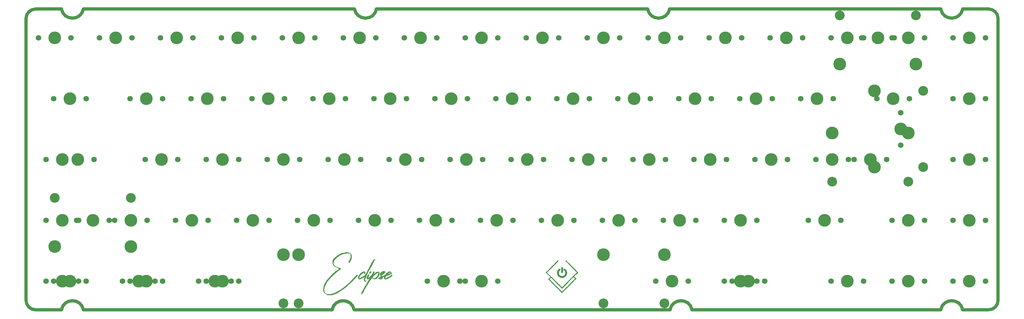
<source format=gbr>
%TF.GenerationSoftware,KiCad,Pcbnew,(5.1.11)-1*%
%TF.CreationDate,2022-09-25T18:14:13+07:00*%
%TF.ProjectId,Eclipse65,45636c69-7073-4653-9635-2e6b69636164,rev?*%
%TF.SameCoordinates,Original*%
%TF.FileFunction,Soldermask,Top*%
%TF.FilePolarity,Negative*%
%FSLAX46Y46*%
G04 Gerber Fmt 4.6, Leading zero omitted, Abs format (unit mm)*
G04 Created by KiCad (PCBNEW (5.1.11)-1) date 2022-09-25 18:14:13*
%MOMM*%
%LPD*%
G01*
G04 APERTURE LIST*
%ADD10C,1.000000*%
%ADD11C,0.010000*%
%ADD12C,1.750000*%
%ADD13C,3.987800*%
%ADD14C,3.048000*%
G04 APERTURE END LIST*
D10*
X32099996Y-123299996D02*
G75*
G02*
X29099996Y-120299996I0J3000000D01*
G01*
X47039109Y-29099997D02*
G75*
G02*
X40160882Y-29099995I-3439113J650000D01*
G01*
X40160882Y-29099995D02*
X32099996Y-29099995D01*
X138622442Y-29099995D02*
G75*
G02*
X131744216Y-29099995I-3439113J650000D01*
G01*
X223327549Y-29099995D02*
X138622442Y-29099995D01*
X314910882Y-29099995D02*
X230205776Y-29099995D01*
X131744216Y-29099995D02*
X47039109Y-29099995D01*
X321789110Y-29099997D02*
G75*
G02*
X314910882Y-29099995I-3439114J649997D01*
G01*
X230205775Y-29099995D02*
G75*
G02*
X223327549Y-29099995I-3439113J649999D01*
G01*
X329849995Y-29099995D02*
X321789110Y-29099995D01*
X29099995Y-32099994D02*
G75*
G02*
X32099996Y-29099995I3000000J-1D01*
G01*
X29099996Y-32099995D02*
X29099996Y-120299996D01*
X131622442Y-123300004D02*
X230327548Y-123300004D01*
X314910882Y-123300002D02*
G75*
G02*
X321789110Y-123300004I3439114J-649997D01*
G01*
X332849995Y-120299999D02*
X332849995Y-32099996D01*
X47039109Y-123300004D02*
X124744216Y-123300004D01*
X40160883Y-123300004D02*
G75*
G02*
X47039109Y-123300004I3439113J-649999D01*
G01*
X329849996Y-29099995D02*
G75*
G02*
X332849995Y-32099996I-1J-3000000D01*
G01*
X230327548Y-123300004D02*
G75*
G02*
X237205776Y-123300004I3439114J-649999D01*
G01*
X124744216Y-123300004D02*
G75*
G02*
X131622442Y-123300004I3439113J-650000D01*
G01*
X332849995Y-120300000D02*
G75*
G02*
X329849994Y-123299999I-3000000J1D01*
G01*
X237205776Y-123300004D02*
X314910882Y-123300004D01*
X321789110Y-123300004D02*
X329849994Y-123299999D01*
X32099995Y-123299996D02*
X40160882Y-123300004D01*
D11*
%TO.C,Eclipse*%
G36*
X136773683Y-111282084D02*
G01*
X136838559Y-111314956D01*
X136843909Y-111318182D01*
X136939102Y-111394392D01*
X136959240Y-111469853D01*
X136902639Y-111554572D01*
X136788978Y-111644060D01*
X136682078Y-111727981D01*
X136612031Y-111802864D01*
X136596083Y-111838242D01*
X136570576Y-111892620D01*
X136504796Y-111886978D01*
X136414850Y-111824457D01*
X136387964Y-111797651D01*
X136320346Y-111700478D01*
X136317682Y-111610256D01*
X136384450Y-111514063D01*
X136525129Y-111398974D01*
X136526435Y-111398035D01*
X136642947Y-111317254D01*
X136716921Y-111280727D01*
X136773683Y-111282084D01*
G37*
X136773683Y-111282084D02*
X136838559Y-111314956D01*
X136843909Y-111318182D01*
X136939102Y-111394392D01*
X136959240Y-111469853D01*
X136902639Y-111554572D01*
X136788978Y-111644060D01*
X136682078Y-111727981D01*
X136612031Y-111802864D01*
X136596083Y-111838242D01*
X136570576Y-111892620D01*
X136504796Y-111886978D01*
X136414850Y-111824457D01*
X136387964Y-111797651D01*
X136320346Y-111700478D01*
X136317682Y-111610256D01*
X136384450Y-111514063D01*
X136525129Y-111398974D01*
X136526435Y-111398035D01*
X136642947Y-111317254D01*
X136716921Y-111280727D01*
X136773683Y-111282084D01*
G36*
X141113355Y-111203470D02*
G01*
X141187020Y-111250977D01*
X141199833Y-111262699D01*
X141265681Y-111344686D01*
X141288240Y-111432499D01*
X141263057Y-111532644D01*
X141185676Y-111651629D01*
X141051643Y-111795960D01*
X140856503Y-111972143D01*
X140595802Y-112186686D01*
X140533083Y-112236608D01*
X140368017Y-112370154D01*
X140228883Y-112487907D01*
X140128427Y-112578691D01*
X140079397Y-112631328D01*
X140076776Y-112636687D01*
X140090258Y-112706428D01*
X140119109Y-112756043D01*
X140145578Y-112781054D01*
X140185216Y-112790370D01*
X140250520Y-112780743D01*
X140353984Y-112748922D01*
X140508105Y-112691657D01*
X140725378Y-112605698D01*
X140777413Y-112584816D01*
X141009887Y-112490440D01*
X141178916Y-112417562D01*
X141299924Y-112356888D01*
X141388335Y-112299124D01*
X141459573Y-112234977D01*
X141497605Y-112191287D01*
X141982408Y-112191287D01*
X141983358Y-112196041D01*
X142035208Y-112182124D01*
X142142689Y-112145654D01*
X142281199Y-112095022D01*
X142567914Y-111977501D01*
X142791526Y-111865490D01*
X142947456Y-111762160D01*
X143031122Y-111670679D01*
X143037941Y-111594217D01*
X143027717Y-111578554D01*
X142931763Y-111524680D01*
X142795130Y-111535539D01*
X142626698Y-111607213D01*
X142435346Y-111735787D01*
X142229954Y-111917346D01*
X142206575Y-111940697D01*
X142096120Y-112055519D01*
X142017444Y-112143571D01*
X141982408Y-112191287D01*
X141497605Y-112191287D01*
X141529061Y-112155153D01*
X141564932Y-112110299D01*
X141811764Y-111822876D01*
X142053245Y-111588818D01*
X142281782Y-111413914D01*
X142489782Y-111303955D01*
X142669651Y-111264732D01*
X142673742Y-111264708D01*
X142834412Y-111297686D01*
X142999756Y-111384882D01*
X143149712Y-111508685D01*
X143264217Y-111651486D01*
X143323205Y-111795675D01*
X143327083Y-111838146D01*
X143286936Y-111926846D01*
X143171750Y-112028643D01*
X142989408Y-112139534D01*
X142747792Y-112255515D01*
X142454784Y-112372580D01*
X142118268Y-112486725D01*
X141951250Y-112537086D01*
X141789347Y-112589973D01*
X141658073Y-112643735D01*
X141579852Y-112688841D01*
X141570250Y-112699007D01*
X141495426Y-112822519D01*
X141415239Y-112971976D01*
X141340941Y-113124058D01*
X141283787Y-113255446D01*
X141255031Y-113342819D01*
X141253596Y-113355163D01*
X141264908Y-113405652D01*
X141315450Y-113420289D01*
X141411500Y-113409523D01*
X141558049Y-113367979D01*
X141759844Y-113284424D01*
X142003113Y-113165895D01*
X142274087Y-113019427D01*
X142558995Y-112852055D01*
X142797916Y-112701173D01*
X142975751Y-112586003D01*
X143130427Y-112487700D01*
X143246939Y-112415665D01*
X143310286Y-112379300D01*
X143314617Y-112377369D01*
X143374946Y-112391870D01*
X143459495Y-112452569D01*
X143478833Y-112470943D01*
X143592015Y-112584125D01*
X143385466Y-112731737D01*
X143187076Y-112866551D01*
X142950909Y-113016199D01*
X142697012Y-113169001D01*
X142445433Y-113313282D01*
X142216218Y-113437363D01*
X142029415Y-113529566D01*
X141975277Y-113553175D01*
X141731785Y-113643859D01*
X141542578Y-113689713D01*
X141391681Y-113693154D01*
X141270326Y-113659801D01*
X141134822Y-113572648D01*
X141025080Y-113451794D01*
X140963004Y-113324081D01*
X140956416Y-113275155D01*
X140970401Y-113175554D01*
X141005238Y-113044049D01*
X141018038Y-113005697D01*
X141049260Y-112900771D01*
X141056596Y-112838478D01*
X141050945Y-112831041D01*
X141001027Y-112845613D01*
X140892404Y-112884514D01*
X140744942Y-112940520D01*
X140679912Y-112965946D01*
X140337593Y-113100850D01*
X140403032Y-113282826D01*
X140440528Y-113397228D01*
X140443916Y-113465934D01*
X140409577Y-113522234D01*
X140372873Y-113560399D01*
X140307889Y-113611485D01*
X140222986Y-113643289D01*
X140095081Y-113661789D01*
X139945549Y-113671060D01*
X139738434Y-113673490D01*
X139591766Y-113656815D01*
X139482952Y-113618448D01*
X139482040Y-113617978D01*
X139357695Y-113528390D01*
X139288081Y-113424959D01*
X139287461Y-113403402D01*
X139771083Y-113403402D01*
X139804646Y-113426571D01*
X139885330Y-113420844D01*
X139983131Y-113392248D01*
X140068040Y-113346812D01*
X140073310Y-113342685D01*
X140135091Y-113278322D01*
X140146340Y-113234711D01*
X140145602Y-113233899D01*
X140097961Y-113236771D01*
X140006853Y-113268395D01*
X139902168Y-113315243D01*
X139813794Y-113363788D01*
X139771620Y-113400502D01*
X139771083Y-113403402D01*
X139287461Y-113403402D01*
X139285354Y-113330262D01*
X139333932Y-113278000D01*
X139437576Y-113202547D01*
X139574899Y-113117096D01*
X139724518Y-113034843D01*
X139865047Y-112968979D01*
X139882121Y-112962076D01*
X140014325Y-112909892D01*
X139862466Y-112613909D01*
X139746927Y-112338851D01*
X139715281Y-112164461D01*
X140000337Y-112164461D01*
X140012769Y-112176158D01*
X140057168Y-112153672D01*
X140142748Y-112091429D01*
X140278722Y-111983854D01*
X140386406Y-111896789D01*
X140579755Y-111735477D01*
X140708964Y-111617564D01*
X140772322Y-111544755D01*
X140768119Y-111518750D01*
X140766442Y-111518708D01*
X140715934Y-111537287D01*
X140613435Y-111585979D01*
X140482142Y-111653711D01*
X140254056Y-111804785D01*
X140089281Y-111977460D01*
X140010661Y-112124157D01*
X140000337Y-112164461D01*
X139715281Y-112164461D01*
X139703710Y-112100701D01*
X139732642Y-111892631D01*
X139833547Y-111707812D01*
X139839174Y-111700686D01*
X139981804Y-111566211D01*
X140181592Y-111434589D01*
X140411681Y-111319155D01*
X140645216Y-111233247D01*
X140855338Y-111190200D01*
X140869459Y-111189068D01*
X141017711Y-111185110D01*
X141113355Y-111203470D01*
G37*
X141113355Y-111203470D02*
X141187020Y-111250977D01*
X141199833Y-111262699D01*
X141265681Y-111344686D01*
X141288240Y-111432499D01*
X141263057Y-111532644D01*
X141185676Y-111651629D01*
X141051643Y-111795960D01*
X140856503Y-111972143D01*
X140595802Y-112186686D01*
X140533083Y-112236608D01*
X140368017Y-112370154D01*
X140228883Y-112487907D01*
X140128427Y-112578691D01*
X140079397Y-112631328D01*
X140076776Y-112636687D01*
X140090258Y-112706428D01*
X140119109Y-112756043D01*
X140145578Y-112781054D01*
X140185216Y-112790370D01*
X140250520Y-112780743D01*
X140353984Y-112748922D01*
X140508105Y-112691657D01*
X140725378Y-112605698D01*
X140777413Y-112584816D01*
X141009887Y-112490440D01*
X141178916Y-112417562D01*
X141299924Y-112356888D01*
X141388335Y-112299124D01*
X141459573Y-112234977D01*
X141497605Y-112191287D01*
X141982408Y-112191287D01*
X141983358Y-112196041D01*
X142035208Y-112182124D01*
X142142689Y-112145654D01*
X142281199Y-112095022D01*
X142567914Y-111977501D01*
X142791526Y-111865490D01*
X142947456Y-111762160D01*
X143031122Y-111670679D01*
X143037941Y-111594217D01*
X143027717Y-111578554D01*
X142931763Y-111524680D01*
X142795130Y-111535539D01*
X142626698Y-111607213D01*
X142435346Y-111735787D01*
X142229954Y-111917346D01*
X142206575Y-111940697D01*
X142096120Y-112055519D01*
X142017444Y-112143571D01*
X141982408Y-112191287D01*
X141497605Y-112191287D01*
X141529061Y-112155153D01*
X141564932Y-112110299D01*
X141811764Y-111822876D01*
X142053245Y-111588818D01*
X142281782Y-111413914D01*
X142489782Y-111303955D01*
X142669651Y-111264732D01*
X142673742Y-111264708D01*
X142834412Y-111297686D01*
X142999756Y-111384882D01*
X143149712Y-111508685D01*
X143264217Y-111651486D01*
X143323205Y-111795675D01*
X143327083Y-111838146D01*
X143286936Y-111926846D01*
X143171750Y-112028643D01*
X142989408Y-112139534D01*
X142747792Y-112255515D01*
X142454784Y-112372580D01*
X142118268Y-112486725D01*
X141951250Y-112537086D01*
X141789347Y-112589973D01*
X141658073Y-112643735D01*
X141579852Y-112688841D01*
X141570250Y-112699007D01*
X141495426Y-112822519D01*
X141415239Y-112971976D01*
X141340941Y-113124058D01*
X141283787Y-113255446D01*
X141255031Y-113342819D01*
X141253596Y-113355163D01*
X141264908Y-113405652D01*
X141315450Y-113420289D01*
X141411500Y-113409523D01*
X141558049Y-113367979D01*
X141759844Y-113284424D01*
X142003113Y-113165895D01*
X142274087Y-113019427D01*
X142558995Y-112852055D01*
X142797916Y-112701173D01*
X142975751Y-112586003D01*
X143130427Y-112487700D01*
X143246939Y-112415665D01*
X143310286Y-112379300D01*
X143314617Y-112377369D01*
X143374946Y-112391870D01*
X143459495Y-112452569D01*
X143478833Y-112470943D01*
X143592015Y-112584125D01*
X143385466Y-112731737D01*
X143187076Y-112866551D01*
X142950909Y-113016199D01*
X142697012Y-113169001D01*
X142445433Y-113313282D01*
X142216218Y-113437363D01*
X142029415Y-113529566D01*
X141975277Y-113553175D01*
X141731785Y-113643859D01*
X141542578Y-113689713D01*
X141391681Y-113693154D01*
X141270326Y-113659801D01*
X141134822Y-113572648D01*
X141025080Y-113451794D01*
X140963004Y-113324081D01*
X140956416Y-113275155D01*
X140970401Y-113175554D01*
X141005238Y-113044049D01*
X141018038Y-113005697D01*
X141049260Y-112900771D01*
X141056596Y-112838478D01*
X141050945Y-112831041D01*
X141001027Y-112845613D01*
X140892404Y-112884514D01*
X140744942Y-112940520D01*
X140679912Y-112965946D01*
X140337593Y-113100850D01*
X140403032Y-113282826D01*
X140440528Y-113397228D01*
X140443916Y-113465934D01*
X140409577Y-113522234D01*
X140372873Y-113560399D01*
X140307889Y-113611485D01*
X140222986Y-113643289D01*
X140095081Y-113661789D01*
X139945549Y-113671060D01*
X139738434Y-113673490D01*
X139591766Y-113656815D01*
X139482952Y-113618448D01*
X139482040Y-113617978D01*
X139357695Y-113528390D01*
X139288081Y-113424959D01*
X139287461Y-113403402D01*
X139771083Y-113403402D01*
X139804646Y-113426571D01*
X139885330Y-113420844D01*
X139983131Y-113392248D01*
X140068040Y-113346812D01*
X140073310Y-113342685D01*
X140135091Y-113278322D01*
X140146340Y-113234711D01*
X140145602Y-113233899D01*
X140097961Y-113236771D01*
X140006853Y-113268395D01*
X139902168Y-113315243D01*
X139813794Y-113363788D01*
X139771620Y-113400502D01*
X139771083Y-113403402D01*
X139287461Y-113403402D01*
X139285354Y-113330262D01*
X139333932Y-113278000D01*
X139437576Y-113202547D01*
X139574899Y-113117096D01*
X139724518Y-113034843D01*
X139865047Y-112968979D01*
X139882121Y-112962076D01*
X140014325Y-112909892D01*
X139862466Y-112613909D01*
X139746927Y-112338851D01*
X139715281Y-112164461D01*
X140000337Y-112164461D01*
X140012769Y-112176158D01*
X140057168Y-112153672D01*
X140142748Y-112091429D01*
X140278722Y-111983854D01*
X140386406Y-111896789D01*
X140579755Y-111735477D01*
X140708964Y-111617564D01*
X140772322Y-111544755D01*
X140768119Y-111518750D01*
X140766442Y-111518708D01*
X140715934Y-111537287D01*
X140613435Y-111585979D01*
X140482142Y-111653711D01*
X140254056Y-111804785D01*
X140089281Y-111977460D01*
X140010661Y-112124157D01*
X140000337Y-112164461D01*
X139715281Y-112164461D01*
X139703710Y-112100701D01*
X139732642Y-111892631D01*
X139833547Y-111707812D01*
X139839174Y-111700686D01*
X139981804Y-111566211D01*
X140181592Y-111434589D01*
X140411681Y-111319155D01*
X140645216Y-111233247D01*
X140855338Y-111190200D01*
X140869459Y-111189068D01*
X141017711Y-111185110D01*
X141113355Y-111203470D01*
G36*
X137923500Y-107392929D02*
G01*
X138008694Y-107452093D01*
X138016109Y-107459350D01*
X138116442Y-107560541D01*
X137775667Y-108153208D01*
X137393412Y-108825869D01*
X137029763Y-109481357D01*
X136687190Y-110114596D01*
X136368161Y-110720510D01*
X136075146Y-111294024D01*
X135810614Y-111830063D01*
X135577033Y-112323552D01*
X135376874Y-112769415D01*
X135212604Y-113162577D01*
X135086693Y-113497962D01*
X135001610Y-113770495D01*
X134966589Y-113927495D01*
X134950982Y-114040712D01*
X134958131Y-114089225D01*
X134993061Y-114091119D01*
X135010367Y-114085048D01*
X135090136Y-114092855D01*
X135183288Y-114148087D01*
X135258149Y-114226490D01*
X135283750Y-114294391D01*
X135248794Y-114359730D01*
X135159971Y-114391111D01*
X135041341Y-114387671D01*
X134916967Y-114348546D01*
X134852621Y-114309867D01*
X134745064Y-114199949D01*
X134684388Y-114059837D01*
X134670508Y-113880550D01*
X134703340Y-113653109D01*
X134782800Y-113368535D01*
X134842144Y-113196032D01*
X134947299Y-112904518D01*
X134850941Y-112965849D01*
X134418637Y-113228485D01*
X134042550Y-113429982D01*
X133720964Y-113570946D01*
X133452166Y-113651983D01*
X133234442Y-113673700D01*
X133066078Y-113636703D01*
X133022532Y-113612684D01*
X132886759Y-113482368D01*
X132812527Y-113320636D01*
X132809780Y-113156035D01*
X132884219Y-112940388D01*
X133015245Y-112691577D01*
X133190149Y-112425082D01*
X133396220Y-112156384D01*
X133620748Y-111900964D01*
X133851024Y-111674301D01*
X134074337Y-111491877D01*
X134276192Y-111369999D01*
X134486016Y-111290322D01*
X134658370Y-111269784D01*
X134814848Y-111306859D01*
X134861263Y-111328646D01*
X134999344Y-111440772D01*
X135066276Y-111590088D01*
X135059422Y-111764040D01*
X134987880Y-111931458D01*
X134916885Y-112032880D01*
X134857942Y-112060573D01*
X134787334Y-112017544D01*
X134733869Y-111963690D01*
X134672189Y-111892212D01*
X134657904Y-111836786D01*
X134688087Y-111760170D01*
X134714050Y-111711361D01*
X134759362Y-111613520D01*
X134774755Y-111550809D01*
X134772108Y-111543289D01*
X134715663Y-111541842D01*
X134610464Y-111583495D01*
X134473598Y-111658113D01*
X134322148Y-111755560D01*
X134173200Y-111865703D01*
X134052265Y-111970296D01*
X133875494Y-112152367D01*
X133696058Y-112360832D01*
X133523377Y-112582105D01*
X133366870Y-112802598D01*
X133235955Y-113008727D01*
X133140053Y-113186905D01*
X133088581Y-113323546D01*
X133082416Y-113369218D01*
X133116493Y-113406926D01*
X133213129Y-113402195D01*
X133363932Y-113358785D01*
X133560511Y-113280454D01*
X133794472Y-113170965D01*
X134057425Y-113034075D01*
X134340978Y-112873546D01*
X134636738Y-112693137D01*
X134742353Y-112625494D01*
X135153456Y-112358803D01*
X135620456Y-111420172D01*
X135791987Y-111079550D01*
X135978310Y-110716916D01*
X136175273Y-110339778D01*
X136378722Y-109955643D01*
X136584502Y-109572020D01*
X136788461Y-109196414D01*
X136986445Y-108836335D01*
X137174299Y-108499290D01*
X137347871Y-108192786D01*
X137503006Y-107924330D01*
X137635552Y-107701431D01*
X137741354Y-107531596D01*
X137816259Y-107422333D01*
X137854874Y-107381529D01*
X137923500Y-107392929D01*
G37*
X137923500Y-107392929D02*
X138008694Y-107452093D01*
X138016109Y-107459350D01*
X138116442Y-107560541D01*
X137775667Y-108153208D01*
X137393412Y-108825869D01*
X137029763Y-109481357D01*
X136687190Y-110114596D01*
X136368161Y-110720510D01*
X136075146Y-111294024D01*
X135810614Y-111830063D01*
X135577033Y-112323552D01*
X135376874Y-112769415D01*
X135212604Y-113162577D01*
X135086693Y-113497962D01*
X135001610Y-113770495D01*
X134966589Y-113927495D01*
X134950982Y-114040712D01*
X134958131Y-114089225D01*
X134993061Y-114091119D01*
X135010367Y-114085048D01*
X135090136Y-114092855D01*
X135183288Y-114148087D01*
X135258149Y-114226490D01*
X135283750Y-114294391D01*
X135248794Y-114359730D01*
X135159971Y-114391111D01*
X135041341Y-114387671D01*
X134916967Y-114348546D01*
X134852621Y-114309867D01*
X134745064Y-114199949D01*
X134684388Y-114059837D01*
X134670508Y-113880550D01*
X134703340Y-113653109D01*
X134782800Y-113368535D01*
X134842144Y-113196032D01*
X134947299Y-112904518D01*
X134850941Y-112965849D01*
X134418637Y-113228485D01*
X134042550Y-113429982D01*
X133720964Y-113570946D01*
X133452166Y-113651983D01*
X133234442Y-113673700D01*
X133066078Y-113636703D01*
X133022532Y-113612684D01*
X132886759Y-113482368D01*
X132812527Y-113320636D01*
X132809780Y-113156035D01*
X132884219Y-112940388D01*
X133015245Y-112691577D01*
X133190149Y-112425082D01*
X133396220Y-112156384D01*
X133620748Y-111900964D01*
X133851024Y-111674301D01*
X134074337Y-111491877D01*
X134276192Y-111369999D01*
X134486016Y-111290322D01*
X134658370Y-111269784D01*
X134814848Y-111306859D01*
X134861263Y-111328646D01*
X134999344Y-111440772D01*
X135066276Y-111590088D01*
X135059422Y-111764040D01*
X134987880Y-111931458D01*
X134916885Y-112032880D01*
X134857942Y-112060573D01*
X134787334Y-112017544D01*
X134733869Y-111963690D01*
X134672189Y-111892212D01*
X134657904Y-111836786D01*
X134688087Y-111760170D01*
X134714050Y-111711361D01*
X134759362Y-111613520D01*
X134774755Y-111550809D01*
X134772108Y-111543289D01*
X134715663Y-111541842D01*
X134610464Y-111583495D01*
X134473598Y-111658113D01*
X134322148Y-111755560D01*
X134173200Y-111865703D01*
X134052265Y-111970296D01*
X133875494Y-112152367D01*
X133696058Y-112360832D01*
X133523377Y-112582105D01*
X133366870Y-112802598D01*
X133235955Y-113008727D01*
X133140053Y-113186905D01*
X133088581Y-113323546D01*
X133082416Y-113369218D01*
X133116493Y-113406926D01*
X133213129Y-113402195D01*
X133363932Y-113358785D01*
X133560511Y-113280454D01*
X133794472Y-113170965D01*
X134057425Y-113034075D01*
X134340978Y-112873546D01*
X134636738Y-112693137D01*
X134742353Y-112625494D01*
X135153456Y-112358803D01*
X135620456Y-111420172D01*
X135791987Y-111079550D01*
X135978310Y-110716916D01*
X136175273Y-110339778D01*
X136378722Y-109955643D01*
X136584502Y-109572020D01*
X136788461Y-109196414D01*
X136986445Y-108836335D01*
X137174299Y-108499290D01*
X137347871Y-108192786D01*
X137503006Y-107924330D01*
X137635552Y-107701431D01*
X137741354Y-107531596D01*
X137816259Y-107422333D01*
X137854874Y-107381529D01*
X137923500Y-107392929D01*
G36*
X137875450Y-111325112D02*
G01*
X137947261Y-111393519D01*
X137975651Y-111445808D01*
X137964913Y-111519986D01*
X137909279Y-111654085D01*
X137812817Y-111838955D01*
X137759233Y-111932746D01*
X137518860Y-112344208D01*
X137814956Y-112052771D01*
X138129083Y-111770088D01*
X138420816Y-111561510D01*
X138688092Y-111427671D01*
X138928848Y-111369202D01*
X139141020Y-111386733D01*
X139322546Y-111480898D01*
X139408159Y-111565089D01*
X139492077Y-111727428D01*
X139516778Y-111932035D01*
X139488029Y-112166908D01*
X139411598Y-112420044D01*
X139293252Y-112679439D01*
X139138760Y-112933091D01*
X138953889Y-113168997D01*
X138744406Y-113375153D01*
X138516079Y-113539557D01*
X138439078Y-113581843D01*
X138172705Y-113674409D01*
X137906384Y-113682421D01*
X137640788Y-113605988D01*
X137376590Y-113445221D01*
X137319614Y-113399297D01*
X137233819Y-113332896D01*
X137179399Y-113301631D01*
X137171917Y-113302024D01*
X137000713Y-113520881D01*
X136794686Y-113808649D01*
X136557849Y-114159001D01*
X136294215Y-114565613D01*
X136007798Y-115022161D01*
X135702613Y-115522321D01*
X135382672Y-116059768D01*
X135051989Y-116628178D01*
X134966250Y-116777628D01*
X134720962Y-117203616D01*
X134509987Y-117564139D01*
X134334332Y-117857559D01*
X134195001Y-118082243D01*
X134093002Y-118236554D01*
X134029339Y-118318856D01*
X134009727Y-118333003D01*
X133930427Y-118304785D01*
X133872144Y-118256958D01*
X133817410Y-118175119D01*
X133802083Y-118122970D01*
X133822878Y-118063772D01*
X133881846Y-117941024D01*
X133973861Y-117763933D01*
X134093797Y-117541705D01*
X134236527Y-117283547D01*
X134396925Y-116998666D01*
X134569865Y-116696269D01*
X134750221Y-116385563D01*
X134932867Y-116075754D01*
X135063238Y-115857875D01*
X135250115Y-115546375D01*
X135440069Y-115227322D01*
X135628251Y-114909077D01*
X135809811Y-114600006D01*
X135979900Y-114308472D01*
X136133666Y-114042839D01*
X136266261Y-113811470D01*
X136372835Y-113622730D01*
X136448536Y-113484982D01*
X136488516Y-113406590D01*
X136493377Y-113391557D01*
X136454869Y-113406727D01*
X136366643Y-113458584D01*
X136259091Y-113528414D01*
X136059210Y-113639090D01*
X135891920Y-113676528D01*
X135748295Y-113641282D01*
X135649356Y-113566102D01*
X135573245Y-113464740D01*
X135542987Y-113347601D01*
X135558579Y-113197987D01*
X135620015Y-112999200D01*
X135649177Y-112922928D01*
X135711783Y-112775687D01*
X135789119Y-112610181D01*
X135872010Y-112444024D01*
X135951275Y-112294830D01*
X136017738Y-112180215D01*
X136062219Y-112117792D01*
X136072049Y-112111375D01*
X136138111Y-112138451D01*
X136219462Y-112200776D01*
X136283211Y-112269993D01*
X136299750Y-112307683D01*
X136281605Y-112370140D01*
X136233040Y-112487122D01*
X136162856Y-112638118D01*
X136125232Y-112714352D01*
X136038891Y-112891556D01*
X135960974Y-113061120D01*
X135904580Y-113194228D01*
X135892607Y-113226145D01*
X135834499Y-113390839D01*
X135950708Y-113317009D01*
X136092300Y-113219215D01*
X137311043Y-113219215D01*
X137370456Y-113290663D01*
X137503373Y-113367593D01*
X137548583Y-113389201D01*
X137732220Y-113444748D01*
X137922226Y-113435215D01*
X138140483Y-113359362D01*
X138149670Y-113355135D01*
X138252468Y-113290976D01*
X138388984Y-113183628D01*
X138535606Y-113052209D01*
X138591918Y-112997061D01*
X138791084Y-112765539D01*
X138967073Y-112502464D01*
X139108005Y-112229969D01*
X139201996Y-111970186D01*
X139234203Y-111800641D01*
X139253543Y-111595742D01*
X139099563Y-111624280D01*
X138885694Y-111696342D01*
X138637902Y-111836470D01*
X138363389Y-112038722D01*
X138069358Y-112297157D01*
X137763012Y-112605832D01*
X137451554Y-112958808D01*
X137387106Y-113036861D01*
X137318728Y-113139273D01*
X137311043Y-113219215D01*
X136092300Y-113219215D01*
X136133433Y-113190806D01*
X136355948Y-113021132D01*
X136597817Y-112824022D01*
X136792108Y-112656831D01*
X136925134Y-112531985D01*
X137040353Y-112403789D01*
X137152262Y-112253080D01*
X137275356Y-112060693D01*
X137390707Y-111865485D01*
X137503198Y-111672669D01*
X137602493Y-111505546D01*
X137680131Y-111378129D01*
X137727649Y-111304428D01*
X137736469Y-111292982D01*
X137795140Y-111285181D01*
X137875450Y-111325112D01*
G37*
X137875450Y-111325112D02*
X137947261Y-111393519D01*
X137975651Y-111445808D01*
X137964913Y-111519986D01*
X137909279Y-111654085D01*
X137812817Y-111838955D01*
X137759233Y-111932746D01*
X137518860Y-112344208D01*
X137814956Y-112052771D01*
X138129083Y-111770088D01*
X138420816Y-111561510D01*
X138688092Y-111427671D01*
X138928848Y-111369202D01*
X139141020Y-111386733D01*
X139322546Y-111480898D01*
X139408159Y-111565089D01*
X139492077Y-111727428D01*
X139516778Y-111932035D01*
X139488029Y-112166908D01*
X139411598Y-112420044D01*
X139293252Y-112679439D01*
X139138760Y-112933091D01*
X138953889Y-113168997D01*
X138744406Y-113375153D01*
X138516079Y-113539557D01*
X138439078Y-113581843D01*
X138172705Y-113674409D01*
X137906384Y-113682421D01*
X137640788Y-113605988D01*
X137376590Y-113445221D01*
X137319614Y-113399297D01*
X137233819Y-113332896D01*
X137179399Y-113301631D01*
X137171917Y-113302024D01*
X137000713Y-113520881D01*
X136794686Y-113808649D01*
X136557849Y-114159001D01*
X136294215Y-114565613D01*
X136007798Y-115022161D01*
X135702613Y-115522321D01*
X135382672Y-116059768D01*
X135051989Y-116628178D01*
X134966250Y-116777628D01*
X134720962Y-117203616D01*
X134509987Y-117564139D01*
X134334332Y-117857559D01*
X134195001Y-118082243D01*
X134093002Y-118236554D01*
X134029339Y-118318856D01*
X134009727Y-118333003D01*
X133930427Y-118304785D01*
X133872144Y-118256958D01*
X133817410Y-118175119D01*
X133802083Y-118122970D01*
X133822878Y-118063772D01*
X133881846Y-117941024D01*
X133973861Y-117763933D01*
X134093797Y-117541705D01*
X134236527Y-117283547D01*
X134396925Y-116998666D01*
X134569865Y-116696269D01*
X134750221Y-116385563D01*
X134932867Y-116075754D01*
X135063238Y-115857875D01*
X135250115Y-115546375D01*
X135440069Y-115227322D01*
X135628251Y-114909077D01*
X135809811Y-114600006D01*
X135979900Y-114308472D01*
X136133666Y-114042839D01*
X136266261Y-113811470D01*
X136372835Y-113622730D01*
X136448536Y-113484982D01*
X136488516Y-113406590D01*
X136493377Y-113391557D01*
X136454869Y-113406727D01*
X136366643Y-113458584D01*
X136259091Y-113528414D01*
X136059210Y-113639090D01*
X135891920Y-113676528D01*
X135748295Y-113641282D01*
X135649356Y-113566102D01*
X135573245Y-113464740D01*
X135542987Y-113347601D01*
X135558579Y-113197987D01*
X135620015Y-112999200D01*
X135649177Y-112922928D01*
X135711783Y-112775687D01*
X135789119Y-112610181D01*
X135872010Y-112444024D01*
X135951275Y-112294830D01*
X136017738Y-112180215D01*
X136062219Y-112117792D01*
X136072049Y-112111375D01*
X136138111Y-112138451D01*
X136219462Y-112200776D01*
X136283211Y-112269993D01*
X136299750Y-112307683D01*
X136281605Y-112370140D01*
X136233040Y-112487122D01*
X136162856Y-112638118D01*
X136125232Y-112714352D01*
X136038891Y-112891556D01*
X135960974Y-113061120D01*
X135904580Y-113194228D01*
X135892607Y-113226145D01*
X135834499Y-113390839D01*
X135950708Y-113317009D01*
X136092300Y-113219215D01*
X137311043Y-113219215D01*
X137370456Y-113290663D01*
X137503373Y-113367593D01*
X137548583Y-113389201D01*
X137732220Y-113444748D01*
X137922226Y-113435215D01*
X138140483Y-113359362D01*
X138149670Y-113355135D01*
X138252468Y-113290976D01*
X138388984Y-113183628D01*
X138535606Y-113052209D01*
X138591918Y-112997061D01*
X138791084Y-112765539D01*
X138967073Y-112502464D01*
X139108005Y-112229969D01*
X139201996Y-111970186D01*
X139234203Y-111800641D01*
X139253543Y-111595742D01*
X139099563Y-111624280D01*
X138885694Y-111696342D01*
X138637902Y-111836470D01*
X138363389Y-112038722D01*
X138069358Y-112297157D01*
X137763012Y-112605832D01*
X137451554Y-112958808D01*
X137387106Y-113036861D01*
X137318728Y-113139273D01*
X137311043Y-113219215D01*
X136092300Y-113219215D01*
X136133433Y-113190806D01*
X136355948Y-113021132D01*
X136597817Y-112824022D01*
X136792108Y-112656831D01*
X136925134Y-112531985D01*
X137040353Y-112403789D01*
X137152262Y-112253080D01*
X137275356Y-112060693D01*
X137390707Y-111865485D01*
X137503198Y-111672669D01*
X137602493Y-111505546D01*
X137680131Y-111378129D01*
X137727649Y-111304428D01*
X137736469Y-111292982D01*
X137795140Y-111285181D01*
X137875450Y-111325112D01*
G36*
X129565706Y-105289744D02*
G01*
X129862866Y-105344885D01*
X129892755Y-105354338D01*
X130216023Y-105499537D01*
X130479660Y-105698426D01*
X130678333Y-105945998D01*
X130795725Y-106201791D01*
X130830346Y-106389606D01*
X130836092Y-106630890D01*
X130815099Y-106900326D01*
X130769502Y-107172600D01*
X130701437Y-107422396D01*
X130690026Y-107454708D01*
X130612459Y-107651101D01*
X130517328Y-107868263D01*
X130415043Y-108084673D01*
X130316011Y-108278809D01*
X130230641Y-108429152D01*
X130188420Y-108491875D01*
X130143269Y-108543423D01*
X130103347Y-108545898D01*
X130041196Y-108494693D01*
X130007365Y-108461513D01*
X129890951Y-108346485D01*
X130110397Y-107890013D01*
X130266877Y-107550656D01*
X130383717Y-107262454D01*
X130467770Y-107005796D01*
X130525884Y-106761077D01*
X130546739Y-106641050D01*
X130565939Y-106375322D01*
X130543492Y-106124749D01*
X130482998Y-105912178D01*
X130412412Y-105788337D01*
X130274498Y-105676259D01*
X130066399Y-105595073D01*
X129797758Y-105547466D01*
X129505250Y-105535637D01*
X129049615Y-105572727D01*
X128575991Y-105667846D01*
X128094629Y-105814842D01*
X127615781Y-106007564D01*
X127149700Y-106239860D01*
X126706635Y-106505578D01*
X126296841Y-106798566D01*
X125930568Y-107112673D01*
X125618069Y-107441747D01*
X125369594Y-107779636D01*
X125195397Y-108120188D01*
X125194563Y-108122315D01*
X125141415Y-108334262D01*
X125124806Y-108580720D01*
X125144227Y-108825872D01*
X125199165Y-109033899D01*
X125207858Y-109054090D01*
X125360319Y-109292794D01*
X125592967Y-109517585D01*
X125902111Y-109726071D01*
X126284059Y-109915863D01*
X126735119Y-110084570D01*
X126859416Y-110123525D01*
X127101889Y-110205606D01*
X127290813Y-110287553D01*
X127419401Y-110365029D01*
X127480866Y-110433694D01*
X127468419Y-110489210D01*
X127450991Y-110501679D01*
X127362810Y-110559280D01*
X127220589Y-110660570D01*
X127036384Y-110796326D01*
X126822255Y-110957329D01*
X126590261Y-111134357D01*
X126352458Y-111318190D01*
X126120906Y-111499607D01*
X125907663Y-111669388D01*
X125724787Y-111818312D01*
X125675402Y-111859426D01*
X125106995Y-112359503D01*
X124580160Y-112870440D01*
X124097987Y-113387310D01*
X123663567Y-113905191D01*
X123279988Y-114419157D01*
X122950340Y-114924284D01*
X122677713Y-115415649D01*
X122465198Y-115888326D01*
X122315882Y-116337391D01*
X122232857Y-116757921D01*
X122219212Y-117144991D01*
X122240886Y-117333283D01*
X122319501Y-117655949D01*
X122434429Y-117909595D01*
X122592716Y-118104648D01*
X122801404Y-118251535D01*
X122890358Y-118294689D01*
X123083699Y-118354243D01*
X123337006Y-118394855D01*
X123627428Y-118415195D01*
X123932117Y-118413935D01*
X124228223Y-118389743D01*
X124313908Y-118377507D01*
X124833509Y-118260843D01*
X125389300Y-118071919D01*
X125977336Y-117813026D01*
X126593675Y-117486454D01*
X127234373Y-117094493D01*
X127895486Y-116639434D01*
X128573071Y-116123568D01*
X129263184Y-115549184D01*
X129420583Y-115411412D01*
X129618754Y-115230563D01*
X129860607Y-115000544D01*
X130134701Y-114733023D01*
X130429598Y-114439665D01*
X130733856Y-114132137D01*
X131036036Y-113822107D01*
X131324699Y-113521242D01*
X131588405Y-113241207D01*
X131815713Y-112993670D01*
X131995184Y-112790298D01*
X132024083Y-112756245D01*
X132162921Y-112596775D01*
X132287487Y-112463872D01*
X132385551Y-112369876D01*
X132444887Y-112327125D01*
X132450620Y-112325820D01*
X132524223Y-112352715D01*
X132609811Y-112421515D01*
X132612377Y-112424220D01*
X132707429Y-112525398D01*
X132228172Y-113069633D01*
X131408410Y-113970772D01*
X130606248Y-114791867D01*
X129819077Y-115535093D01*
X129044289Y-116202626D01*
X128279277Y-116796641D01*
X127521433Y-117319314D01*
X126768147Y-117772820D01*
X126279503Y-118031648D01*
X125691550Y-118300771D01*
X125142204Y-118498464D01*
X124626536Y-118625911D01*
X124139615Y-118684296D01*
X123676510Y-118674802D01*
X123623597Y-118669303D01*
X123281580Y-118606296D01*
X122978367Y-118492717D01*
X122723181Y-118346341D01*
X122475586Y-118154216D01*
X122281195Y-117930612D01*
X122118685Y-117650459D01*
X122102589Y-117616713D01*
X121995400Y-117295917D01*
X121949390Y-116928362D01*
X121965168Y-116526453D01*
X122030648Y-116154208D01*
X122162820Y-115728877D01*
X122363813Y-115268252D01*
X122629185Y-114779476D01*
X122954494Y-114269693D01*
X123335298Y-113746045D01*
X123767155Y-113215677D01*
X124070701Y-112873375D01*
X124356906Y-112576934D01*
X124698917Y-112249224D01*
X125080815Y-111903969D01*
X125486683Y-111554892D01*
X125900605Y-111215717D01*
X126306662Y-110900167D01*
X126651769Y-110648042D01*
X126794947Y-110544323D01*
X126907447Y-110457461D01*
X126974194Y-110399393D01*
X126986009Y-110383375D01*
X126948856Y-110357112D01*
X126849354Y-110310164D01*
X126704877Y-110250359D01*
X126608420Y-110213277D01*
X126137112Y-110009127D01*
X125735746Y-109777507D01*
X125406113Y-109521492D01*
X125150006Y-109244157D01*
X124969218Y-108948578D01*
X124865541Y-108637830D01*
X124840768Y-108314989D01*
X124896692Y-107983130D01*
X125035106Y-107645329D01*
X125072380Y-107578129D01*
X125242771Y-107333521D01*
X125477539Y-107068951D01*
X125762616Y-106796319D01*
X126083937Y-106527521D01*
X126427434Y-106274455D01*
X126779040Y-106049021D01*
X127066015Y-105891888D01*
X127507554Y-105691946D01*
X127955230Y-105528776D01*
X128396963Y-105404673D01*
X128820674Y-105321935D01*
X129214282Y-105282859D01*
X129565706Y-105289744D01*
G37*
X129565706Y-105289744D02*
X129862866Y-105344885D01*
X129892755Y-105354338D01*
X130216023Y-105499537D01*
X130479660Y-105698426D01*
X130678333Y-105945998D01*
X130795725Y-106201791D01*
X130830346Y-106389606D01*
X130836092Y-106630890D01*
X130815099Y-106900326D01*
X130769502Y-107172600D01*
X130701437Y-107422396D01*
X130690026Y-107454708D01*
X130612459Y-107651101D01*
X130517328Y-107868263D01*
X130415043Y-108084673D01*
X130316011Y-108278809D01*
X130230641Y-108429152D01*
X130188420Y-108491875D01*
X130143269Y-108543423D01*
X130103347Y-108545898D01*
X130041196Y-108494693D01*
X130007365Y-108461513D01*
X129890951Y-108346485D01*
X130110397Y-107890013D01*
X130266877Y-107550656D01*
X130383717Y-107262454D01*
X130467770Y-107005796D01*
X130525884Y-106761077D01*
X130546739Y-106641050D01*
X130565939Y-106375322D01*
X130543492Y-106124749D01*
X130482998Y-105912178D01*
X130412412Y-105788337D01*
X130274498Y-105676259D01*
X130066399Y-105595073D01*
X129797758Y-105547466D01*
X129505250Y-105535637D01*
X129049615Y-105572727D01*
X128575991Y-105667846D01*
X128094629Y-105814842D01*
X127615781Y-106007564D01*
X127149700Y-106239860D01*
X126706635Y-106505578D01*
X126296841Y-106798566D01*
X125930568Y-107112673D01*
X125618069Y-107441747D01*
X125369594Y-107779636D01*
X125195397Y-108120188D01*
X125194563Y-108122315D01*
X125141415Y-108334262D01*
X125124806Y-108580720D01*
X125144227Y-108825872D01*
X125199165Y-109033899D01*
X125207858Y-109054090D01*
X125360319Y-109292794D01*
X125592967Y-109517585D01*
X125902111Y-109726071D01*
X126284059Y-109915863D01*
X126735119Y-110084570D01*
X126859416Y-110123525D01*
X127101889Y-110205606D01*
X127290813Y-110287553D01*
X127419401Y-110365029D01*
X127480866Y-110433694D01*
X127468419Y-110489210D01*
X127450991Y-110501679D01*
X127362810Y-110559280D01*
X127220589Y-110660570D01*
X127036384Y-110796326D01*
X126822255Y-110957329D01*
X126590261Y-111134357D01*
X126352458Y-111318190D01*
X126120906Y-111499607D01*
X125907663Y-111669388D01*
X125724787Y-111818312D01*
X125675402Y-111859426D01*
X125106995Y-112359503D01*
X124580160Y-112870440D01*
X124097987Y-113387310D01*
X123663567Y-113905191D01*
X123279988Y-114419157D01*
X122950340Y-114924284D01*
X122677713Y-115415649D01*
X122465198Y-115888326D01*
X122315882Y-116337391D01*
X122232857Y-116757921D01*
X122219212Y-117144991D01*
X122240886Y-117333283D01*
X122319501Y-117655949D01*
X122434429Y-117909595D01*
X122592716Y-118104648D01*
X122801404Y-118251535D01*
X122890358Y-118294689D01*
X123083699Y-118354243D01*
X123337006Y-118394855D01*
X123627428Y-118415195D01*
X123932117Y-118413935D01*
X124228223Y-118389743D01*
X124313908Y-118377507D01*
X124833509Y-118260843D01*
X125389300Y-118071919D01*
X125977336Y-117813026D01*
X126593675Y-117486454D01*
X127234373Y-117094493D01*
X127895486Y-116639434D01*
X128573071Y-116123568D01*
X129263184Y-115549184D01*
X129420583Y-115411412D01*
X129618754Y-115230563D01*
X129860607Y-115000544D01*
X130134701Y-114733023D01*
X130429598Y-114439665D01*
X130733856Y-114132137D01*
X131036036Y-113822107D01*
X131324699Y-113521242D01*
X131588405Y-113241207D01*
X131815713Y-112993670D01*
X131995184Y-112790298D01*
X132024083Y-112756245D01*
X132162921Y-112596775D01*
X132287487Y-112463872D01*
X132385551Y-112369876D01*
X132444887Y-112327125D01*
X132450620Y-112325820D01*
X132524223Y-112352715D01*
X132609811Y-112421515D01*
X132612377Y-112424220D01*
X132707429Y-112525398D01*
X132228172Y-113069633D01*
X131408410Y-113970772D01*
X130606248Y-114791867D01*
X129819077Y-115535093D01*
X129044289Y-116202626D01*
X128279277Y-116796641D01*
X127521433Y-117319314D01*
X126768147Y-117772820D01*
X126279503Y-118031648D01*
X125691550Y-118300771D01*
X125142204Y-118498464D01*
X124626536Y-118625911D01*
X124139615Y-118684296D01*
X123676510Y-118674802D01*
X123623597Y-118669303D01*
X123281580Y-118606296D01*
X122978367Y-118492717D01*
X122723181Y-118346341D01*
X122475586Y-118154216D01*
X122281195Y-117930612D01*
X122118685Y-117650459D01*
X122102589Y-117616713D01*
X121995400Y-117295917D01*
X121949390Y-116928362D01*
X121965168Y-116526453D01*
X122030648Y-116154208D01*
X122162820Y-115728877D01*
X122363813Y-115268252D01*
X122629185Y-114779476D01*
X122954494Y-114269693D01*
X123335298Y-113746045D01*
X123767155Y-113215677D01*
X124070701Y-112873375D01*
X124356906Y-112576934D01*
X124698917Y-112249224D01*
X125080815Y-111903969D01*
X125486683Y-111554892D01*
X125900605Y-111215717D01*
X126306662Y-110900167D01*
X126651769Y-110648042D01*
X126794947Y-110544323D01*
X126907447Y-110457461D01*
X126974194Y-110399393D01*
X126986009Y-110383375D01*
X126948856Y-110357112D01*
X126849354Y-110310164D01*
X126704877Y-110250359D01*
X126608420Y-110213277D01*
X126137112Y-110009127D01*
X125735746Y-109777507D01*
X125406113Y-109521492D01*
X125150006Y-109244157D01*
X124969218Y-108948578D01*
X124865541Y-108637830D01*
X124840768Y-108314989D01*
X124896692Y-107983130D01*
X125035106Y-107645329D01*
X125072380Y-107578129D01*
X125242771Y-107333521D01*
X125477539Y-107068951D01*
X125762616Y-106796319D01*
X126083937Y-106527521D01*
X126427434Y-106274455D01*
X126779040Y-106049021D01*
X127066015Y-105891888D01*
X127507554Y-105691946D01*
X127955230Y-105528776D01*
X128396963Y-105404673D01*
X128820674Y-105321935D01*
X129214282Y-105282859D01*
X129565706Y-105289744D01*
%TO.C,G\u002A\u002A\u002A*%
G36*
X195306480Y-107852277D02*
G01*
X195339073Y-107863403D01*
X195367141Y-107883159D01*
X195381069Y-107899305D01*
X195394341Y-107926645D01*
X195400933Y-107959018D01*
X195400176Y-107991755D01*
X195396580Y-108007610D01*
X195394913Y-108010528D01*
X195390961Y-108015664D01*
X195384520Y-108023224D01*
X195375387Y-108033413D01*
X195363357Y-108046437D01*
X195348227Y-108062502D01*
X195329793Y-108081813D01*
X195307851Y-108104577D01*
X195282197Y-108130999D01*
X195252627Y-108161284D01*
X195218937Y-108195639D01*
X195180923Y-108234270D01*
X195138381Y-108277381D01*
X195091107Y-108325180D01*
X195038898Y-108377870D01*
X194981549Y-108435659D01*
X194918857Y-108498752D01*
X194850617Y-108567355D01*
X194776626Y-108641673D01*
X194696680Y-108721913D01*
X194610574Y-108808279D01*
X194518105Y-108900978D01*
X194419069Y-109000216D01*
X194313262Y-109106198D01*
X194200480Y-109219129D01*
X194080519Y-109339217D01*
X193953175Y-109466665D01*
X193818244Y-109601681D01*
X193675523Y-109744470D01*
X193613597Y-109806420D01*
X191837637Y-111583003D01*
X196546607Y-116291973D01*
X198901097Y-113937478D01*
X201255586Y-111582983D01*
X199482413Y-109809264D01*
X199363099Y-109689891D01*
X199245798Y-109572491D01*
X199130770Y-109457323D01*
X199018275Y-109344649D01*
X198908573Y-109234732D01*
X198801923Y-109127831D01*
X198698585Y-109024208D01*
X198598819Y-108924125D01*
X198502886Y-108827842D01*
X198411044Y-108735621D01*
X198323554Y-108647724D01*
X198240675Y-108564411D01*
X198162667Y-108485945D01*
X198089790Y-108412585D01*
X198022305Y-108344594D01*
X197960470Y-108282232D01*
X197904545Y-108225762D01*
X197854790Y-108175444D01*
X197811466Y-108131540D01*
X197774832Y-108094310D01*
X197745147Y-108064017D01*
X197722672Y-108040921D01*
X197707667Y-108025284D01*
X197700390Y-108017367D01*
X197699727Y-108016488D01*
X197691054Y-107987283D01*
X197691007Y-107954862D01*
X197698921Y-107922642D01*
X197714130Y-107894042D01*
X197726227Y-107880277D01*
X197753345Y-107862301D01*
X197785654Y-107852332D01*
X197819761Y-107850854D01*
X197852270Y-107858351D01*
X197859037Y-107861334D01*
X197864477Y-107865710D01*
X197876586Y-107876809D01*
X197895426Y-107894696D01*
X197921062Y-107919433D01*
X197953559Y-107951085D01*
X197992981Y-107989716D01*
X198039390Y-108035388D01*
X198092853Y-108088166D01*
X198153432Y-108148114D01*
X198221192Y-108215294D01*
X198296197Y-108289771D01*
X198378511Y-108371609D01*
X198468198Y-108460872D01*
X198565322Y-108557622D01*
X198669948Y-108661923D01*
X198782139Y-108773840D01*
X198901959Y-108893437D01*
X199029473Y-109020776D01*
X199164745Y-109155921D01*
X199307838Y-109298936D01*
X199458818Y-109449886D01*
X199617747Y-109608833D01*
X199706724Y-109697839D01*
X201531204Y-111523050D01*
X201538091Y-111553016D01*
X201541976Y-111577703D01*
X201540581Y-111600447D01*
X201538064Y-111612948D01*
X201537034Y-111617100D01*
X201535652Y-111621309D01*
X201533530Y-111625978D01*
X201530283Y-111631509D01*
X201525523Y-111638301D01*
X201518865Y-111646758D01*
X201509922Y-111657281D01*
X201498308Y-111670270D01*
X201483636Y-111686129D01*
X201465521Y-111705257D01*
X201443574Y-111728057D01*
X201417411Y-111754931D01*
X201386645Y-111786279D01*
X201350889Y-111822504D01*
X201309757Y-111864006D01*
X201262863Y-111911187D01*
X201209820Y-111964450D01*
X201150241Y-112024194D01*
X201083741Y-112090823D01*
X201009933Y-112164737D01*
X200931127Y-112243638D01*
X200331103Y-112844362D01*
X200637053Y-113151189D01*
X200694121Y-113208442D01*
X200743658Y-113258212D01*
X200786209Y-113301082D01*
X200822320Y-113337634D01*
X200852538Y-113368454D01*
X200877407Y-113394125D01*
X200897474Y-113415230D01*
X200913284Y-113432353D01*
X200925382Y-113446078D01*
X200934315Y-113456988D01*
X200940628Y-113465668D01*
X200944867Y-113472699D01*
X200947577Y-113478667D01*
X200949305Y-113484155D01*
X200949650Y-113485530D01*
X200953292Y-113519934D01*
X200948164Y-113552811D01*
X200941978Y-113568269D01*
X200937566Y-113573077D01*
X200925316Y-113585720D01*
X200905460Y-113605962D01*
X200878235Y-113633570D01*
X200843874Y-113668306D01*
X200802613Y-113709935D01*
X200754686Y-113758223D01*
X200700327Y-113812934D01*
X200639771Y-113873833D01*
X200573254Y-113940683D01*
X200501008Y-114013250D01*
X200423270Y-114091299D01*
X200340273Y-114174593D01*
X200252252Y-114262898D01*
X200159443Y-114355978D01*
X200062079Y-114453598D01*
X199960395Y-114555523D01*
X199854625Y-114661516D01*
X199745005Y-114771343D01*
X199631769Y-114884769D01*
X199515152Y-115001557D01*
X199395387Y-115121473D01*
X199272711Y-115244281D01*
X199147357Y-115369746D01*
X199019560Y-115497632D01*
X198889554Y-115627705D01*
X198775168Y-115742130D01*
X198599954Y-115917374D01*
X198432710Y-116084611D01*
X198273352Y-116243925D01*
X198121798Y-116395398D01*
X197977963Y-116539114D01*
X197841763Y-116675157D01*
X197713115Y-116803609D01*
X197591935Y-116924555D01*
X197478139Y-117038076D01*
X197371644Y-117144257D01*
X197272366Y-117243181D01*
X197180221Y-117334932D01*
X197095124Y-117419591D01*
X197016994Y-117497243D01*
X196945745Y-117567972D01*
X196881295Y-117631859D01*
X196823559Y-117688990D01*
X196772453Y-117739446D01*
X196727894Y-117783311D01*
X196689799Y-117820669D01*
X196658083Y-117851602D01*
X196632662Y-117876195D01*
X196613454Y-117894530D01*
X196600374Y-117906690D01*
X196593338Y-117912760D01*
X196592266Y-117913471D01*
X196560460Y-117922401D01*
X196524989Y-117921960D01*
X196503794Y-117917317D01*
X196500728Y-117915336D01*
X196494580Y-117910222D01*
X196485177Y-117901802D01*
X196472347Y-117889905D01*
X196455916Y-117874360D01*
X196435712Y-117854994D01*
X196411562Y-117831636D01*
X196383294Y-117804114D01*
X196350733Y-117772257D01*
X196313708Y-117735893D01*
X196272045Y-117694850D01*
X196225572Y-117648957D01*
X196174115Y-117598043D01*
X196117503Y-117541935D01*
X196055562Y-117480462D01*
X195988119Y-117413452D01*
X195915001Y-117340734D01*
X195836036Y-117262135D01*
X195751051Y-117177486D01*
X195659872Y-117086613D01*
X195562328Y-116989345D01*
X195458245Y-116885511D01*
X195347450Y-116774938D01*
X195229770Y-116657456D01*
X195105033Y-116532893D01*
X194973066Y-116401076D01*
X194833696Y-116261835D01*
X194686750Y-116114998D01*
X194532055Y-115960393D01*
X194398996Y-115827394D01*
X194265948Y-115694380D01*
X194135287Y-115563716D01*
X194007240Y-115435628D01*
X193882035Y-115310344D01*
X193759896Y-115188093D01*
X193641053Y-115069102D01*
X193525730Y-114953599D01*
X193414156Y-114841811D01*
X193306556Y-114733967D01*
X193203158Y-114630295D01*
X193104189Y-114531021D01*
X193009875Y-114436374D01*
X192920444Y-114346582D01*
X192836121Y-114261873D01*
X192757135Y-114182473D01*
X192683711Y-114108612D01*
X192616076Y-114040517D01*
X192554458Y-113978416D01*
X192499083Y-113922536D01*
X192450178Y-113873106D01*
X192407970Y-113830352D01*
X192372685Y-113794504D01*
X192344551Y-113765788D01*
X192323794Y-113744433D01*
X192310641Y-113730666D01*
X192305319Y-113724716D01*
X192305230Y-113724567D01*
X192294045Y-113689793D01*
X192293982Y-113672066D01*
X192579648Y-113672066D01*
X194560272Y-115652788D01*
X194686331Y-115778838D01*
X194810376Y-115902843D01*
X194932164Y-116024560D01*
X195051448Y-116143745D01*
X195167984Y-116260154D01*
X195281528Y-116373544D01*
X195391834Y-116483669D01*
X195498658Y-116590288D01*
X195601755Y-116693155D01*
X195700880Y-116792027D01*
X195795788Y-116886660D01*
X195886235Y-116976811D01*
X195971977Y-117062234D01*
X196052767Y-117142688D01*
X196128361Y-117217927D01*
X196198515Y-117287708D01*
X196262984Y-117351787D01*
X196321522Y-117409921D01*
X196373886Y-117461864D01*
X196419830Y-117507375D01*
X196459110Y-117546208D01*
X196491481Y-117578120D01*
X196516697Y-117602867D01*
X196534515Y-117620205D01*
X196544689Y-117629890D01*
X196547152Y-117631988D01*
X196551538Y-117627892D01*
X196563749Y-117615957D01*
X196583544Y-117596422D01*
X196610683Y-117569527D01*
X196644927Y-117535511D01*
X196686035Y-117494615D01*
X196733767Y-117447079D01*
X196787884Y-117393143D01*
X196848144Y-117333045D01*
X196914308Y-117267027D01*
X196986136Y-117195327D01*
X197063387Y-117118187D01*
X197145823Y-117035845D01*
X197233201Y-116948542D01*
X197325283Y-116856517D01*
X197421829Y-116760011D01*
X197522598Y-116659262D01*
X197627349Y-116554512D01*
X197735844Y-116446000D01*
X197847842Y-116333965D01*
X197963103Y-116218648D01*
X198081387Y-116100288D01*
X198202453Y-115979125D01*
X198326062Y-115855400D01*
X198451973Y-115729352D01*
X198579947Y-115601220D01*
X198608746Y-115572383D01*
X200664084Y-113514302D01*
X200413299Y-113263566D01*
X200162515Y-113012830D01*
X198388806Y-114786342D01*
X198232958Y-114942155D01*
X198085042Y-115089998D01*
X197944939Y-115229990D01*
X197812528Y-115362251D01*
X197687688Y-115486902D01*
X197570299Y-115604062D01*
X197460239Y-115713852D01*
X197357388Y-115816390D01*
X197261626Y-115911796D01*
X197172831Y-116000192D01*
X197090883Y-116081696D01*
X197015661Y-116156428D01*
X196947045Y-116224509D01*
X196884913Y-116286058D01*
X196829145Y-116341195D01*
X196779620Y-116390039D01*
X196736218Y-116432712D01*
X196698818Y-116469332D01*
X196667299Y-116500019D01*
X196641540Y-116524894D01*
X196621420Y-116544076D01*
X196606820Y-116557686D01*
X196597618Y-116565842D01*
X196593877Y-116568609D01*
X196569561Y-116574951D01*
X196540941Y-116577128D01*
X196513650Y-116574972D01*
X196499885Y-116571393D01*
X196494695Y-116566946D01*
X196481670Y-116554648D01*
X196461038Y-116534724D01*
X196433029Y-116507404D01*
X196397873Y-116472915D01*
X196355797Y-116431485D01*
X196307031Y-116383341D01*
X196251805Y-116328711D01*
X196190347Y-116267822D01*
X196122887Y-116200903D01*
X196049653Y-116128182D01*
X195970875Y-116049885D01*
X195886781Y-115966240D01*
X195797602Y-115877476D01*
X195703565Y-115783820D01*
X195604900Y-115685500D01*
X195501836Y-115582742D01*
X195394602Y-115475776D01*
X195283428Y-115364829D01*
X195168542Y-115250128D01*
X195050173Y-115131902D01*
X194928551Y-115010377D01*
X194803905Y-114885782D01*
X194784298Y-114866179D01*
X193084778Y-113166936D01*
X192579648Y-113672066D01*
X192293982Y-113672066D01*
X192293920Y-113654760D01*
X192297173Y-113639252D01*
X192298966Y-113633747D01*
X192301799Y-113627689D01*
X192306219Y-113620495D01*
X192312770Y-113611585D01*
X192321997Y-113600378D01*
X192334445Y-113586291D01*
X192350659Y-113568745D01*
X192371185Y-113547158D01*
X192396567Y-113520948D01*
X192427350Y-113489534D01*
X192464080Y-113452336D01*
X192507302Y-113408771D01*
X192557560Y-113358259D01*
X192610358Y-113305274D01*
X192916270Y-112998420D01*
X192241576Y-112323521D01*
X192145718Y-112227581D01*
X192057808Y-112139482D01*
X191977670Y-112059046D01*
X191905129Y-111986095D01*
X191840011Y-111920449D01*
X191782138Y-111861931D01*
X191731337Y-111810361D01*
X191687431Y-111765560D01*
X191650244Y-111727351D01*
X191619603Y-111695554D01*
X191595330Y-111669990D01*
X191577252Y-111650481D01*
X191565191Y-111636849D01*
X191558973Y-111628914D01*
X191558125Y-111627401D01*
X191550377Y-111594742D01*
X191552067Y-111560429D01*
X191560334Y-111534465D01*
X191565216Y-111528598D01*
X191577873Y-111514998D01*
X191597993Y-111493978D01*
X191625266Y-111465848D01*
X191659378Y-111430920D01*
X191700020Y-111389506D01*
X191746879Y-111341917D01*
X191799643Y-111288464D01*
X191858001Y-111229459D01*
X191921642Y-111165213D01*
X191990253Y-111096037D01*
X192063524Y-111022244D01*
X192141143Y-110944144D01*
X192222797Y-110862049D01*
X192308177Y-110776270D01*
X192396969Y-110687118D01*
X192488862Y-110594906D01*
X192583546Y-110499944D01*
X192680708Y-110402545D01*
X192780036Y-110303018D01*
X192881219Y-110201677D01*
X192983946Y-110098831D01*
X193087905Y-109994793D01*
X193192785Y-109889874D01*
X193298273Y-109784386D01*
X193404058Y-109678639D01*
X193509829Y-109572945D01*
X193615274Y-109467617D01*
X193720081Y-109362964D01*
X193823940Y-109259299D01*
X193926537Y-109156933D01*
X194027563Y-109056177D01*
X194126705Y-108957342D01*
X194223651Y-108860741D01*
X194318090Y-108766685D01*
X194409711Y-108675484D01*
X194498201Y-108587451D01*
X194583250Y-108502897D01*
X194664546Y-108422133D01*
X194741777Y-108345471D01*
X194814631Y-108273222D01*
X194882797Y-108205697D01*
X194945964Y-108143208D01*
X195003820Y-108086067D01*
X195056052Y-108034584D01*
X195102351Y-107989072D01*
X195142404Y-107949841D01*
X195175899Y-107917203D01*
X195202525Y-107891469D01*
X195221970Y-107872951D01*
X195233924Y-107861961D01*
X195237892Y-107858794D01*
X195271905Y-107850501D01*
X195306480Y-107852277D01*
G37*
X195306480Y-107852277D02*
X195339073Y-107863403D01*
X195367141Y-107883159D01*
X195381069Y-107899305D01*
X195394341Y-107926645D01*
X195400933Y-107959018D01*
X195400176Y-107991755D01*
X195396580Y-108007610D01*
X195394913Y-108010528D01*
X195390961Y-108015664D01*
X195384520Y-108023224D01*
X195375387Y-108033413D01*
X195363357Y-108046437D01*
X195348227Y-108062502D01*
X195329793Y-108081813D01*
X195307851Y-108104577D01*
X195282197Y-108130999D01*
X195252627Y-108161284D01*
X195218937Y-108195639D01*
X195180923Y-108234270D01*
X195138381Y-108277381D01*
X195091107Y-108325180D01*
X195038898Y-108377870D01*
X194981549Y-108435659D01*
X194918857Y-108498752D01*
X194850617Y-108567355D01*
X194776626Y-108641673D01*
X194696680Y-108721913D01*
X194610574Y-108808279D01*
X194518105Y-108900978D01*
X194419069Y-109000216D01*
X194313262Y-109106198D01*
X194200480Y-109219129D01*
X194080519Y-109339217D01*
X193953175Y-109466665D01*
X193818244Y-109601681D01*
X193675523Y-109744470D01*
X193613597Y-109806420D01*
X191837637Y-111583003D01*
X196546607Y-116291973D01*
X198901097Y-113937478D01*
X201255586Y-111582983D01*
X199482413Y-109809264D01*
X199363099Y-109689891D01*
X199245798Y-109572491D01*
X199130770Y-109457323D01*
X199018275Y-109344649D01*
X198908573Y-109234732D01*
X198801923Y-109127831D01*
X198698585Y-109024208D01*
X198598819Y-108924125D01*
X198502886Y-108827842D01*
X198411044Y-108735621D01*
X198323554Y-108647724D01*
X198240675Y-108564411D01*
X198162667Y-108485945D01*
X198089790Y-108412585D01*
X198022305Y-108344594D01*
X197960470Y-108282232D01*
X197904545Y-108225762D01*
X197854790Y-108175444D01*
X197811466Y-108131540D01*
X197774832Y-108094310D01*
X197745147Y-108064017D01*
X197722672Y-108040921D01*
X197707667Y-108025284D01*
X197700390Y-108017367D01*
X197699727Y-108016488D01*
X197691054Y-107987283D01*
X197691007Y-107954862D01*
X197698921Y-107922642D01*
X197714130Y-107894042D01*
X197726227Y-107880277D01*
X197753345Y-107862301D01*
X197785654Y-107852332D01*
X197819761Y-107850854D01*
X197852270Y-107858351D01*
X197859037Y-107861334D01*
X197864477Y-107865710D01*
X197876586Y-107876809D01*
X197895426Y-107894696D01*
X197921062Y-107919433D01*
X197953559Y-107951085D01*
X197992981Y-107989716D01*
X198039390Y-108035388D01*
X198092853Y-108088166D01*
X198153432Y-108148114D01*
X198221192Y-108215294D01*
X198296197Y-108289771D01*
X198378511Y-108371609D01*
X198468198Y-108460872D01*
X198565322Y-108557622D01*
X198669948Y-108661923D01*
X198782139Y-108773840D01*
X198901959Y-108893437D01*
X199029473Y-109020776D01*
X199164745Y-109155921D01*
X199307838Y-109298936D01*
X199458818Y-109449886D01*
X199617747Y-109608833D01*
X199706724Y-109697839D01*
X201531204Y-111523050D01*
X201538091Y-111553016D01*
X201541976Y-111577703D01*
X201540581Y-111600447D01*
X201538064Y-111612948D01*
X201537034Y-111617100D01*
X201535652Y-111621309D01*
X201533530Y-111625978D01*
X201530283Y-111631509D01*
X201525523Y-111638301D01*
X201518865Y-111646758D01*
X201509922Y-111657281D01*
X201498308Y-111670270D01*
X201483636Y-111686129D01*
X201465521Y-111705257D01*
X201443574Y-111728057D01*
X201417411Y-111754931D01*
X201386645Y-111786279D01*
X201350889Y-111822504D01*
X201309757Y-111864006D01*
X201262863Y-111911187D01*
X201209820Y-111964450D01*
X201150241Y-112024194D01*
X201083741Y-112090823D01*
X201009933Y-112164737D01*
X200931127Y-112243638D01*
X200331103Y-112844362D01*
X200637053Y-113151189D01*
X200694121Y-113208442D01*
X200743658Y-113258212D01*
X200786209Y-113301082D01*
X200822320Y-113337634D01*
X200852538Y-113368454D01*
X200877407Y-113394125D01*
X200897474Y-113415230D01*
X200913284Y-113432353D01*
X200925382Y-113446078D01*
X200934315Y-113456988D01*
X200940628Y-113465668D01*
X200944867Y-113472699D01*
X200947577Y-113478667D01*
X200949305Y-113484155D01*
X200949650Y-113485530D01*
X200953292Y-113519934D01*
X200948164Y-113552811D01*
X200941978Y-113568269D01*
X200937566Y-113573077D01*
X200925316Y-113585720D01*
X200905460Y-113605962D01*
X200878235Y-113633570D01*
X200843874Y-113668306D01*
X200802613Y-113709935D01*
X200754686Y-113758223D01*
X200700327Y-113812934D01*
X200639771Y-113873833D01*
X200573254Y-113940683D01*
X200501008Y-114013250D01*
X200423270Y-114091299D01*
X200340273Y-114174593D01*
X200252252Y-114262898D01*
X200159443Y-114355978D01*
X200062079Y-114453598D01*
X199960395Y-114555523D01*
X199854625Y-114661516D01*
X199745005Y-114771343D01*
X199631769Y-114884769D01*
X199515152Y-115001557D01*
X199395387Y-115121473D01*
X199272711Y-115244281D01*
X199147357Y-115369746D01*
X199019560Y-115497632D01*
X198889554Y-115627705D01*
X198775168Y-115742130D01*
X198599954Y-115917374D01*
X198432710Y-116084611D01*
X198273352Y-116243925D01*
X198121798Y-116395398D01*
X197977963Y-116539114D01*
X197841763Y-116675157D01*
X197713115Y-116803609D01*
X197591935Y-116924555D01*
X197478139Y-117038076D01*
X197371644Y-117144257D01*
X197272366Y-117243181D01*
X197180221Y-117334932D01*
X197095124Y-117419591D01*
X197016994Y-117497243D01*
X196945745Y-117567972D01*
X196881295Y-117631859D01*
X196823559Y-117688990D01*
X196772453Y-117739446D01*
X196727894Y-117783311D01*
X196689799Y-117820669D01*
X196658083Y-117851602D01*
X196632662Y-117876195D01*
X196613454Y-117894530D01*
X196600374Y-117906690D01*
X196593338Y-117912760D01*
X196592266Y-117913471D01*
X196560460Y-117922401D01*
X196524989Y-117921960D01*
X196503794Y-117917317D01*
X196500728Y-117915336D01*
X196494580Y-117910222D01*
X196485177Y-117901802D01*
X196472347Y-117889905D01*
X196455916Y-117874360D01*
X196435712Y-117854994D01*
X196411562Y-117831636D01*
X196383294Y-117804114D01*
X196350733Y-117772257D01*
X196313708Y-117735893D01*
X196272045Y-117694850D01*
X196225572Y-117648957D01*
X196174115Y-117598043D01*
X196117503Y-117541935D01*
X196055562Y-117480462D01*
X195988119Y-117413452D01*
X195915001Y-117340734D01*
X195836036Y-117262135D01*
X195751051Y-117177486D01*
X195659872Y-117086613D01*
X195562328Y-116989345D01*
X195458245Y-116885511D01*
X195347450Y-116774938D01*
X195229770Y-116657456D01*
X195105033Y-116532893D01*
X194973066Y-116401076D01*
X194833696Y-116261835D01*
X194686750Y-116114998D01*
X194532055Y-115960393D01*
X194398996Y-115827394D01*
X194265948Y-115694380D01*
X194135287Y-115563716D01*
X194007240Y-115435628D01*
X193882035Y-115310344D01*
X193759896Y-115188093D01*
X193641053Y-115069102D01*
X193525730Y-114953599D01*
X193414156Y-114841811D01*
X193306556Y-114733967D01*
X193203158Y-114630295D01*
X193104189Y-114531021D01*
X193009875Y-114436374D01*
X192920444Y-114346582D01*
X192836121Y-114261873D01*
X192757135Y-114182473D01*
X192683711Y-114108612D01*
X192616076Y-114040517D01*
X192554458Y-113978416D01*
X192499083Y-113922536D01*
X192450178Y-113873106D01*
X192407970Y-113830352D01*
X192372685Y-113794504D01*
X192344551Y-113765788D01*
X192323794Y-113744433D01*
X192310641Y-113730666D01*
X192305319Y-113724716D01*
X192305230Y-113724567D01*
X192294045Y-113689793D01*
X192293982Y-113672066D01*
X192579648Y-113672066D01*
X194560272Y-115652788D01*
X194686331Y-115778838D01*
X194810376Y-115902843D01*
X194932164Y-116024560D01*
X195051448Y-116143745D01*
X195167984Y-116260154D01*
X195281528Y-116373544D01*
X195391834Y-116483669D01*
X195498658Y-116590288D01*
X195601755Y-116693155D01*
X195700880Y-116792027D01*
X195795788Y-116886660D01*
X195886235Y-116976811D01*
X195971977Y-117062234D01*
X196052767Y-117142688D01*
X196128361Y-117217927D01*
X196198515Y-117287708D01*
X196262984Y-117351787D01*
X196321522Y-117409921D01*
X196373886Y-117461864D01*
X196419830Y-117507375D01*
X196459110Y-117546208D01*
X196491481Y-117578120D01*
X196516697Y-117602867D01*
X196534515Y-117620205D01*
X196544689Y-117629890D01*
X196547152Y-117631988D01*
X196551538Y-117627892D01*
X196563749Y-117615957D01*
X196583544Y-117596422D01*
X196610683Y-117569527D01*
X196644927Y-117535511D01*
X196686035Y-117494615D01*
X196733767Y-117447079D01*
X196787884Y-117393143D01*
X196848144Y-117333045D01*
X196914308Y-117267027D01*
X196986136Y-117195327D01*
X197063387Y-117118187D01*
X197145823Y-117035845D01*
X197233201Y-116948542D01*
X197325283Y-116856517D01*
X197421829Y-116760011D01*
X197522598Y-116659262D01*
X197627349Y-116554512D01*
X197735844Y-116446000D01*
X197847842Y-116333965D01*
X197963103Y-116218648D01*
X198081387Y-116100288D01*
X198202453Y-115979125D01*
X198326062Y-115855400D01*
X198451973Y-115729352D01*
X198579947Y-115601220D01*
X198608746Y-115572383D01*
X200664084Y-113514302D01*
X200413299Y-113263566D01*
X200162515Y-113012830D01*
X198388806Y-114786342D01*
X198232958Y-114942155D01*
X198085042Y-115089998D01*
X197944939Y-115229990D01*
X197812528Y-115362251D01*
X197687688Y-115486902D01*
X197570299Y-115604062D01*
X197460239Y-115713852D01*
X197357388Y-115816390D01*
X197261626Y-115911796D01*
X197172831Y-116000192D01*
X197090883Y-116081696D01*
X197015661Y-116156428D01*
X196947045Y-116224509D01*
X196884913Y-116286058D01*
X196829145Y-116341195D01*
X196779620Y-116390039D01*
X196736218Y-116432712D01*
X196698818Y-116469332D01*
X196667299Y-116500019D01*
X196641540Y-116524894D01*
X196621420Y-116544076D01*
X196606820Y-116557686D01*
X196597618Y-116565842D01*
X196593877Y-116568609D01*
X196569561Y-116574951D01*
X196540941Y-116577128D01*
X196513650Y-116574972D01*
X196499885Y-116571393D01*
X196494695Y-116566946D01*
X196481670Y-116554648D01*
X196461038Y-116534724D01*
X196433029Y-116507404D01*
X196397873Y-116472915D01*
X196355797Y-116431485D01*
X196307031Y-116383341D01*
X196251805Y-116328711D01*
X196190347Y-116267822D01*
X196122887Y-116200903D01*
X196049653Y-116128182D01*
X195970875Y-116049885D01*
X195886781Y-115966240D01*
X195797602Y-115877476D01*
X195703565Y-115783820D01*
X195604900Y-115685500D01*
X195501836Y-115582742D01*
X195394602Y-115475776D01*
X195283428Y-115364829D01*
X195168542Y-115250128D01*
X195050173Y-115131902D01*
X194928551Y-115010377D01*
X194803905Y-114885782D01*
X194784298Y-114866179D01*
X193084778Y-113166936D01*
X192579648Y-113672066D01*
X192293982Y-113672066D01*
X192293920Y-113654760D01*
X192297173Y-113639252D01*
X192298966Y-113633747D01*
X192301799Y-113627689D01*
X192306219Y-113620495D01*
X192312770Y-113611585D01*
X192321997Y-113600378D01*
X192334445Y-113586291D01*
X192350659Y-113568745D01*
X192371185Y-113547158D01*
X192396567Y-113520948D01*
X192427350Y-113489534D01*
X192464080Y-113452336D01*
X192507302Y-113408771D01*
X192557560Y-113358259D01*
X192610358Y-113305274D01*
X192916270Y-112998420D01*
X192241576Y-112323521D01*
X192145718Y-112227581D01*
X192057808Y-112139482D01*
X191977670Y-112059046D01*
X191905129Y-111986095D01*
X191840011Y-111920449D01*
X191782138Y-111861931D01*
X191731337Y-111810361D01*
X191687431Y-111765560D01*
X191650244Y-111727351D01*
X191619603Y-111695554D01*
X191595330Y-111669990D01*
X191577252Y-111650481D01*
X191565191Y-111636849D01*
X191558973Y-111628914D01*
X191558125Y-111627401D01*
X191550377Y-111594742D01*
X191552067Y-111560429D01*
X191560334Y-111534465D01*
X191565216Y-111528598D01*
X191577873Y-111514998D01*
X191597993Y-111493978D01*
X191625266Y-111465848D01*
X191659378Y-111430920D01*
X191700020Y-111389506D01*
X191746879Y-111341917D01*
X191799643Y-111288464D01*
X191858001Y-111229459D01*
X191921642Y-111165213D01*
X191990253Y-111096037D01*
X192063524Y-111022244D01*
X192141143Y-110944144D01*
X192222797Y-110862049D01*
X192308177Y-110776270D01*
X192396969Y-110687118D01*
X192488862Y-110594906D01*
X192583546Y-110499944D01*
X192680708Y-110402545D01*
X192780036Y-110303018D01*
X192881219Y-110201677D01*
X192983946Y-110098831D01*
X193087905Y-109994793D01*
X193192785Y-109889874D01*
X193298273Y-109784386D01*
X193404058Y-109678639D01*
X193509829Y-109572945D01*
X193615274Y-109467617D01*
X193720081Y-109362964D01*
X193823940Y-109259299D01*
X193926537Y-109156933D01*
X194027563Y-109056177D01*
X194126705Y-108957342D01*
X194223651Y-108860741D01*
X194318090Y-108766685D01*
X194409711Y-108675484D01*
X194498201Y-108587451D01*
X194583250Y-108502897D01*
X194664546Y-108422133D01*
X194741777Y-108345471D01*
X194814631Y-108273222D01*
X194882797Y-108205697D01*
X194945964Y-108143208D01*
X195003820Y-108086067D01*
X195056052Y-108034584D01*
X195102351Y-107989072D01*
X195142404Y-107949841D01*
X195175899Y-107917203D01*
X195202525Y-107891469D01*
X195221970Y-107872951D01*
X195233924Y-107861961D01*
X195237892Y-107858794D01*
X195271905Y-107850501D01*
X195306480Y-107852277D01*
G36*
X197373408Y-110439477D02*
G01*
X197421584Y-110456719D01*
X197446674Y-110470989D01*
X197477787Y-110492559D01*
X197513384Y-110520176D01*
X197551926Y-110552587D01*
X197591874Y-110588541D01*
X197631691Y-110626782D01*
X197637079Y-110632160D01*
X197707015Y-110706169D01*
X197768349Y-110779862D01*
X197823185Y-110856164D01*
X197873623Y-110938002D01*
X197921765Y-111028302D01*
X197922182Y-111029137D01*
X197975290Y-111148257D01*
X198017760Y-111270981D01*
X198049517Y-111396588D01*
X198070485Y-111524354D01*
X198080590Y-111653557D01*
X198079756Y-111783473D01*
X198067908Y-111913381D01*
X198044972Y-112042557D01*
X198032682Y-112093836D01*
X198001383Y-112197196D01*
X197960722Y-112302303D01*
X197911944Y-112406679D01*
X197856293Y-112507849D01*
X197795013Y-112603334D01*
X197738857Y-112678892D01*
X197711946Y-112710692D01*
X197678586Y-112747169D01*
X197641237Y-112785865D01*
X197602360Y-112824319D01*
X197564415Y-112860071D01*
X197529861Y-112890660D01*
X197514087Y-112903681D01*
X197421317Y-112971861D01*
X197321397Y-113034345D01*
X197216366Y-113090162D01*
X197108263Y-113138342D01*
X196999126Y-113177916D01*
X196890994Y-113207913D01*
X196860536Y-113214596D01*
X196782765Y-113228220D01*
X196700140Y-113238382D01*
X196616199Y-113244835D01*
X196534475Y-113247336D01*
X196458506Y-113245639D01*
X196434827Y-113244079D01*
X196314546Y-113230013D01*
X196197076Y-113206656D01*
X196082755Y-113174550D01*
X195958137Y-113128886D01*
X195839411Y-113073677D01*
X195726955Y-113009373D01*
X195621147Y-112936424D01*
X195522367Y-112855283D01*
X195430993Y-112766400D01*
X195347404Y-112670224D01*
X195271977Y-112567208D01*
X195205093Y-112457802D01*
X195147128Y-112342457D01*
X195098462Y-112221623D01*
X195059474Y-112095751D01*
X195030541Y-111965292D01*
X195021760Y-111911184D01*
X195017165Y-111869753D01*
X195013916Y-111819840D01*
X195012014Y-111764301D01*
X195011460Y-111705990D01*
X195012255Y-111647763D01*
X195014398Y-111592474D01*
X195017892Y-111542979D01*
X195021666Y-111509421D01*
X195045575Y-111377704D01*
X195080105Y-111249564D01*
X195125023Y-111125558D01*
X195180094Y-111006245D01*
X195245086Y-110892182D01*
X195319763Y-110783926D01*
X195332925Y-110766757D01*
X195364506Y-110728330D01*
X195400760Y-110687886D01*
X195440236Y-110646761D01*
X195481485Y-110606290D01*
X195523056Y-110567809D01*
X195563499Y-110532654D01*
X195601365Y-110502160D01*
X195635204Y-110477663D01*
X195663565Y-110460498D01*
X195667592Y-110458476D01*
X195717242Y-110440511D01*
X195768744Y-110433128D01*
X195820354Y-110436152D01*
X195870330Y-110449410D01*
X195916930Y-110472731D01*
X195934402Y-110484966D01*
X195958931Y-110508132D01*
X195983030Y-110538468D01*
X196003909Y-110571979D01*
X196018776Y-110604666D01*
X196019559Y-110606937D01*
X196029846Y-110654407D01*
X196030692Y-110704765D01*
X196022491Y-110755105D01*
X196005634Y-110802516D01*
X195989150Y-110832021D01*
X195976137Y-110848321D01*
X195957228Y-110867942D01*
X195935770Y-110887498D01*
X195927654Y-110894201D01*
X195895165Y-110921813D01*
X195859200Y-110955141D01*
X195821940Y-110991930D01*
X195785562Y-111029924D01*
X195752244Y-111066867D01*
X195724165Y-111100505D01*
X195708958Y-111120645D01*
X195660817Y-111196288D01*
X195617963Y-111279484D01*
X195581751Y-111367068D01*
X195553535Y-111455878D01*
X195539214Y-111517342D01*
X195531518Y-111567336D01*
X195526145Y-111624616D01*
X195523244Y-111685263D01*
X195522966Y-111745356D01*
X195525461Y-111800976D01*
X195527513Y-111823362D01*
X195544676Y-111928142D01*
X195572698Y-112030109D01*
X195611216Y-112128531D01*
X195659864Y-112222673D01*
X195718278Y-112311800D01*
X195786093Y-112395180D01*
X195838725Y-112449505D01*
X195916900Y-112516954D01*
X196002690Y-112576772D01*
X196094596Y-112628202D01*
X196191118Y-112670485D01*
X196290756Y-112702862D01*
X196378221Y-112722281D01*
X196412618Y-112726801D01*
X196454975Y-112730102D01*
X196502301Y-112732155D01*
X196551602Y-112732929D01*
X196599886Y-112732395D01*
X196644161Y-112730524D01*
X196681434Y-112727287D01*
X196695008Y-112725395D01*
X196801858Y-112702482D01*
X196904524Y-112669385D01*
X197002348Y-112626538D01*
X197094672Y-112574378D01*
X197180837Y-112513340D01*
X197260185Y-112443858D01*
X197332058Y-112366369D01*
X197395796Y-112281307D01*
X197417219Y-112247948D01*
X197436922Y-112213513D01*
X197458219Y-112172298D01*
X197479299Y-112128137D01*
X197498349Y-112084865D01*
X197513559Y-112046318D01*
X197516836Y-112037033D01*
X197545278Y-111936274D01*
X197562910Y-111833240D01*
X197569840Y-111728986D01*
X197566174Y-111624572D01*
X197552021Y-111521053D01*
X197527489Y-111419489D01*
X197492684Y-111320935D01*
X197447716Y-111226451D01*
X197431316Y-111197450D01*
X197385424Y-111125590D01*
X197335674Y-111060216D01*
X197279879Y-110998784D01*
X197215851Y-110938749D01*
X197189808Y-110916523D01*
X197164842Y-110894978D01*
X197141387Y-110873445D01*
X197121713Y-110854097D01*
X197108091Y-110839106D01*
X197105762Y-110836110D01*
X197083066Y-110796557D01*
X197067544Y-110751183D01*
X197059854Y-110703350D01*
X197060655Y-110656423D01*
X197065420Y-110630359D01*
X197083711Y-110579751D01*
X197110280Y-110535565D01*
X197143873Y-110498410D01*
X197183240Y-110468898D01*
X197227129Y-110447639D01*
X197274288Y-110435242D01*
X197323465Y-110432318D01*
X197373408Y-110439477D01*
G37*
X197373408Y-110439477D02*
X197421584Y-110456719D01*
X197446674Y-110470989D01*
X197477787Y-110492559D01*
X197513384Y-110520176D01*
X197551926Y-110552587D01*
X197591874Y-110588541D01*
X197631691Y-110626782D01*
X197637079Y-110632160D01*
X197707015Y-110706169D01*
X197768349Y-110779862D01*
X197823185Y-110856164D01*
X197873623Y-110938002D01*
X197921765Y-111028302D01*
X197922182Y-111029137D01*
X197975290Y-111148257D01*
X198017760Y-111270981D01*
X198049517Y-111396588D01*
X198070485Y-111524354D01*
X198080590Y-111653557D01*
X198079756Y-111783473D01*
X198067908Y-111913381D01*
X198044972Y-112042557D01*
X198032682Y-112093836D01*
X198001383Y-112197196D01*
X197960722Y-112302303D01*
X197911944Y-112406679D01*
X197856293Y-112507849D01*
X197795013Y-112603334D01*
X197738857Y-112678892D01*
X197711946Y-112710692D01*
X197678586Y-112747169D01*
X197641237Y-112785865D01*
X197602360Y-112824319D01*
X197564415Y-112860071D01*
X197529861Y-112890660D01*
X197514087Y-112903681D01*
X197421317Y-112971861D01*
X197321397Y-113034345D01*
X197216366Y-113090162D01*
X197108263Y-113138342D01*
X196999126Y-113177916D01*
X196890994Y-113207913D01*
X196860536Y-113214596D01*
X196782765Y-113228220D01*
X196700140Y-113238382D01*
X196616199Y-113244835D01*
X196534475Y-113247336D01*
X196458506Y-113245639D01*
X196434827Y-113244079D01*
X196314546Y-113230013D01*
X196197076Y-113206656D01*
X196082755Y-113174550D01*
X195958137Y-113128886D01*
X195839411Y-113073677D01*
X195726955Y-113009373D01*
X195621147Y-112936424D01*
X195522367Y-112855283D01*
X195430993Y-112766400D01*
X195347404Y-112670224D01*
X195271977Y-112567208D01*
X195205093Y-112457802D01*
X195147128Y-112342457D01*
X195098462Y-112221623D01*
X195059474Y-112095751D01*
X195030541Y-111965292D01*
X195021760Y-111911184D01*
X195017165Y-111869753D01*
X195013916Y-111819840D01*
X195012014Y-111764301D01*
X195011460Y-111705990D01*
X195012255Y-111647763D01*
X195014398Y-111592474D01*
X195017892Y-111542979D01*
X195021666Y-111509421D01*
X195045575Y-111377704D01*
X195080105Y-111249564D01*
X195125023Y-111125558D01*
X195180094Y-111006245D01*
X195245086Y-110892182D01*
X195319763Y-110783926D01*
X195332925Y-110766757D01*
X195364506Y-110728330D01*
X195400760Y-110687886D01*
X195440236Y-110646761D01*
X195481485Y-110606290D01*
X195523056Y-110567809D01*
X195563499Y-110532654D01*
X195601365Y-110502160D01*
X195635204Y-110477663D01*
X195663565Y-110460498D01*
X195667592Y-110458476D01*
X195717242Y-110440511D01*
X195768744Y-110433128D01*
X195820354Y-110436152D01*
X195870330Y-110449410D01*
X195916930Y-110472731D01*
X195934402Y-110484966D01*
X195958931Y-110508132D01*
X195983030Y-110538468D01*
X196003909Y-110571979D01*
X196018776Y-110604666D01*
X196019559Y-110606937D01*
X196029846Y-110654407D01*
X196030692Y-110704765D01*
X196022491Y-110755105D01*
X196005634Y-110802516D01*
X195989150Y-110832021D01*
X195976137Y-110848321D01*
X195957228Y-110867942D01*
X195935770Y-110887498D01*
X195927654Y-110894201D01*
X195895165Y-110921813D01*
X195859200Y-110955141D01*
X195821940Y-110991930D01*
X195785562Y-111029924D01*
X195752244Y-111066867D01*
X195724165Y-111100505D01*
X195708958Y-111120645D01*
X195660817Y-111196288D01*
X195617963Y-111279484D01*
X195581751Y-111367068D01*
X195553535Y-111455878D01*
X195539214Y-111517342D01*
X195531518Y-111567336D01*
X195526145Y-111624616D01*
X195523244Y-111685263D01*
X195522966Y-111745356D01*
X195525461Y-111800976D01*
X195527513Y-111823362D01*
X195544676Y-111928142D01*
X195572698Y-112030109D01*
X195611216Y-112128531D01*
X195659864Y-112222673D01*
X195718278Y-112311800D01*
X195786093Y-112395180D01*
X195838725Y-112449505D01*
X195916900Y-112516954D01*
X196002690Y-112576772D01*
X196094596Y-112628202D01*
X196191118Y-112670485D01*
X196290756Y-112702862D01*
X196378221Y-112722281D01*
X196412618Y-112726801D01*
X196454975Y-112730102D01*
X196502301Y-112732155D01*
X196551602Y-112732929D01*
X196599886Y-112732395D01*
X196644161Y-112730524D01*
X196681434Y-112727287D01*
X196695008Y-112725395D01*
X196801858Y-112702482D01*
X196904524Y-112669385D01*
X197002348Y-112626538D01*
X197094672Y-112574378D01*
X197180837Y-112513340D01*
X197260185Y-112443858D01*
X197332058Y-112366369D01*
X197395796Y-112281307D01*
X197417219Y-112247948D01*
X197436922Y-112213513D01*
X197458219Y-112172298D01*
X197479299Y-112128137D01*
X197498349Y-112084865D01*
X197513559Y-112046318D01*
X197516836Y-112037033D01*
X197545278Y-111936274D01*
X197562910Y-111833240D01*
X197569840Y-111728986D01*
X197566174Y-111624572D01*
X197552021Y-111521053D01*
X197527489Y-111419489D01*
X197492684Y-111320935D01*
X197447716Y-111226451D01*
X197431316Y-111197450D01*
X197385424Y-111125590D01*
X197335674Y-111060216D01*
X197279879Y-110998784D01*
X197215851Y-110938749D01*
X197189808Y-110916523D01*
X197164842Y-110894978D01*
X197141387Y-110873445D01*
X197121713Y-110854097D01*
X197108091Y-110839106D01*
X197105762Y-110836110D01*
X197083066Y-110796557D01*
X197067544Y-110751183D01*
X197059854Y-110703350D01*
X197060655Y-110656423D01*
X197065420Y-110630359D01*
X197083711Y-110579751D01*
X197110280Y-110535565D01*
X197143873Y-110498410D01*
X197183240Y-110468898D01*
X197227129Y-110447639D01*
X197274288Y-110435242D01*
X197323465Y-110432318D01*
X197373408Y-110439477D01*
G36*
X196592463Y-109923419D02*
G01*
X196634370Y-109934878D01*
X196645630Y-109939438D01*
X196688764Y-109964058D01*
X196727263Y-109996941D01*
X196759150Y-110035914D01*
X196782449Y-110078802D01*
X196789127Y-110097230D01*
X196790858Y-110103066D01*
X196792406Y-110109174D01*
X196793780Y-110116193D01*
X196794991Y-110124761D01*
X196796049Y-110135518D01*
X196796963Y-110149102D01*
X196797745Y-110166153D01*
X196798404Y-110187309D01*
X196798951Y-110213210D01*
X196799395Y-110244495D01*
X196799746Y-110281802D01*
X196800015Y-110325770D01*
X196800213Y-110377039D01*
X196800348Y-110436248D01*
X196800432Y-110504035D01*
X196800473Y-110581039D01*
X196800484Y-110667901D01*
X196800473Y-110765257D01*
X196800464Y-110811595D01*
X196800393Y-110920344D01*
X196800229Y-111021040D01*
X196799974Y-111113355D01*
X196799631Y-111196966D01*
X196799203Y-111271547D01*
X196798693Y-111336774D01*
X196798102Y-111392321D01*
X196797434Y-111437865D01*
X196796692Y-111473079D01*
X196795877Y-111497640D01*
X196794994Y-111511221D01*
X196794674Y-111513297D01*
X196781002Y-111554078D01*
X196758821Y-111592341D01*
X196730717Y-111626370D01*
X196699490Y-111656434D01*
X196669018Y-111678095D01*
X196635879Y-111693577D01*
X196618343Y-111699371D01*
X196585538Y-111705837D01*
X196547758Y-111708222D01*
X196509644Y-111706576D01*
X196475842Y-111700945D01*
X196465062Y-111697761D01*
X196417910Y-111675628D01*
X196376276Y-111644450D01*
X196341436Y-111605776D01*
X196314671Y-111561158D01*
X196297260Y-111512147D01*
X196292778Y-111488802D01*
X196291889Y-111476707D01*
X196291075Y-111454119D01*
X196290336Y-111421952D01*
X196289672Y-111381121D01*
X196289083Y-111332540D01*
X196288569Y-111277123D01*
X196288129Y-111215785D01*
X196287764Y-111149440D01*
X196287473Y-111079003D01*
X196287257Y-111005387D01*
X196287115Y-110929507D01*
X196287048Y-110852277D01*
X196287055Y-110774612D01*
X196287136Y-110697427D01*
X196287291Y-110621634D01*
X196287520Y-110548150D01*
X196287824Y-110477887D01*
X196288201Y-110411761D01*
X196288653Y-110350686D01*
X196289178Y-110295576D01*
X196289777Y-110247345D01*
X196290450Y-110206908D01*
X196291196Y-110175179D01*
X196292016Y-110153073D01*
X196292873Y-110141746D01*
X196305818Y-110090271D01*
X196328531Y-110043306D01*
X196359861Y-110002029D01*
X196398655Y-109967622D01*
X196443761Y-109941264D01*
X196494029Y-109924135D01*
X196508007Y-109921303D01*
X196548676Y-109918675D01*
X196592463Y-109923419D01*
G37*
X196592463Y-109923419D02*
X196634370Y-109934878D01*
X196645630Y-109939438D01*
X196688764Y-109964058D01*
X196727263Y-109996941D01*
X196759150Y-110035914D01*
X196782449Y-110078802D01*
X196789127Y-110097230D01*
X196790858Y-110103066D01*
X196792406Y-110109174D01*
X196793780Y-110116193D01*
X196794991Y-110124761D01*
X196796049Y-110135518D01*
X196796963Y-110149102D01*
X196797745Y-110166153D01*
X196798404Y-110187309D01*
X196798951Y-110213210D01*
X196799395Y-110244495D01*
X196799746Y-110281802D01*
X196800015Y-110325770D01*
X196800213Y-110377039D01*
X196800348Y-110436248D01*
X196800432Y-110504035D01*
X196800473Y-110581039D01*
X196800484Y-110667901D01*
X196800473Y-110765257D01*
X196800464Y-110811595D01*
X196800393Y-110920344D01*
X196800229Y-111021040D01*
X196799974Y-111113355D01*
X196799631Y-111196966D01*
X196799203Y-111271547D01*
X196798693Y-111336774D01*
X196798102Y-111392321D01*
X196797434Y-111437865D01*
X196796692Y-111473079D01*
X196795877Y-111497640D01*
X196794994Y-111511221D01*
X196794674Y-111513297D01*
X196781002Y-111554078D01*
X196758821Y-111592341D01*
X196730717Y-111626370D01*
X196699490Y-111656434D01*
X196669018Y-111678095D01*
X196635879Y-111693577D01*
X196618343Y-111699371D01*
X196585538Y-111705837D01*
X196547758Y-111708222D01*
X196509644Y-111706576D01*
X196475842Y-111700945D01*
X196465062Y-111697761D01*
X196417910Y-111675628D01*
X196376276Y-111644450D01*
X196341436Y-111605776D01*
X196314671Y-111561158D01*
X196297260Y-111512147D01*
X196292778Y-111488802D01*
X196291889Y-111476707D01*
X196291075Y-111454119D01*
X196290336Y-111421952D01*
X196289672Y-111381121D01*
X196289083Y-111332540D01*
X196288569Y-111277123D01*
X196288129Y-111215785D01*
X196287764Y-111149440D01*
X196287473Y-111079003D01*
X196287257Y-111005387D01*
X196287115Y-110929507D01*
X196287048Y-110852277D01*
X196287055Y-110774612D01*
X196287136Y-110697427D01*
X196287291Y-110621634D01*
X196287520Y-110548150D01*
X196287824Y-110477887D01*
X196288201Y-110411761D01*
X196288653Y-110350686D01*
X196289178Y-110295576D01*
X196289777Y-110247345D01*
X196290450Y-110206908D01*
X196291196Y-110175179D01*
X196292016Y-110153073D01*
X196292873Y-110141746D01*
X196305818Y-110090271D01*
X196328531Y-110043306D01*
X196359861Y-110002029D01*
X196398655Y-109967622D01*
X196443761Y-109941264D01*
X196494029Y-109924135D01*
X196508007Y-109921303D01*
X196548676Y-109918675D01*
X196592463Y-109923419D01*
%TD*%
D12*
%TO.C,MX62*%
X273526250Y-95250000D03*
D13*
X278606250Y-95250000D03*
D12*
X283686250Y-95250000D03*
%TD*%
%TO.C,MX16*%
X257492500Y-114300000D03*
D13*
X252412500Y-114300000D03*
D12*
X247332500Y-114300000D03*
%TD*%
%TO.C,MX69*%
X249713750Y-114300000D03*
D13*
X254793750Y-114300000D03*
D12*
X259873750Y-114300000D03*
%TD*%
%TO.C,MX71*%
X309880000Y-114300000D03*
D13*
X304800000Y-114300000D03*
D12*
X299720000Y-114300000D03*
%TD*%
%TO.C,MX86*%
X328930000Y-114300000D03*
D13*
X323850000Y-114300000D03*
D12*
X318770000Y-114300000D03*
%TD*%
%TO.C,MX85*%
X328930000Y-38100000D03*
D13*
X323850000Y-38100000D03*
D12*
X318770000Y-38100000D03*
%TD*%
%TO.C,MX90*%
X328930000Y-95250000D03*
D13*
X323850000Y-95250000D03*
D12*
X318770000Y-95250000D03*
%TD*%
%TO.C,MX89*%
X328930000Y-76200000D03*
D13*
X323850000Y-76200000D03*
D12*
X318770000Y-76200000D03*
%TD*%
%TO.C,MX88*%
X328930000Y-57150000D03*
D13*
X323850000Y-57150000D03*
D12*
X318770000Y-57150000D03*
%TD*%
D14*
%TO.C,MX84*%
X309403750Y-78613000D03*
X309403750Y-54737000D03*
D13*
X294163750Y-78613000D03*
X294163750Y-54737000D03*
D12*
X302418750Y-61595000D03*
D13*
X302418750Y-66675000D03*
D12*
X302418750Y-71755000D03*
%TD*%
%TO.C,MX83*%
X275907500Y-76200000D03*
D13*
X280987500Y-76200000D03*
D12*
X286067500Y-76200000D03*
%TD*%
D13*
%TO.C,MX45*%
X304800000Y-67945000D03*
X280987500Y-67945000D03*
D14*
X304800000Y-83185000D03*
X280987500Y-83185000D03*
D12*
X287813750Y-76200000D03*
D13*
X292893750Y-76200000D03*
D12*
X297973750Y-76200000D03*
%TD*%
%TO.C,MX82*%
X61595000Y-114300000D03*
D13*
X66675000Y-114300000D03*
D12*
X71755000Y-114300000D03*
%TD*%
%TO.C,MX81*%
X85407500Y-114300000D03*
D13*
X90487500Y-114300000D03*
D12*
X95567500Y-114300000D03*
%TD*%
%TO.C,MX80*%
X37782500Y-114300000D03*
D13*
X42862500Y-114300000D03*
D12*
X47942500Y-114300000D03*
%TD*%
D13*
%TO.C,MX79*%
X228600000Y-106045000D03*
X114300000Y-106045000D03*
D14*
X228600000Y-121285000D03*
X114300000Y-121285000D03*
D12*
X166370000Y-114300000D03*
D13*
X171450000Y-114300000D03*
D12*
X176530000Y-114300000D03*
%TD*%
%TO.C,MX64*%
X225901250Y-114300000D03*
D13*
X230981250Y-114300000D03*
D12*
X236061250Y-114300000D03*
%TD*%
%TO.C,MX40*%
X180657500Y-76200000D03*
D13*
X185737500Y-76200000D03*
D12*
X190817500Y-76200000D03*
%TD*%
%TO.C,MX34*%
X66357500Y-76200000D03*
D13*
X71437500Y-76200000D03*
D12*
X76517500Y-76200000D03*
%TD*%
%TO.C,MX46*%
X290195000Y-38100000D03*
D13*
X295275000Y-38100000D03*
D12*
X300355000Y-38100000D03*
D13*
X307181250Y-46355000D03*
X283368750Y-46355000D03*
D14*
X307181250Y-31115000D03*
X283368750Y-31115000D03*
%TD*%
D12*
%TO.C,MX31*%
X55086250Y-95250000D03*
D13*
X50006250Y-95250000D03*
D12*
X44926250Y-95250000D03*
D14*
X38100000Y-88265000D03*
X61912500Y-88265000D03*
D13*
X38100000Y-103505000D03*
X61912500Y-103505000D03*
%TD*%
D12*
%TO.C,MX30*%
X305117500Y-57150000D03*
D13*
X300037500Y-57150000D03*
D12*
X294957500Y-57150000D03*
%TD*%
%TO.C,MX72*%
X280670000Y-114300000D03*
D13*
X285750000Y-114300000D03*
D12*
X290830000Y-114300000D03*
%TD*%
D13*
%TO.C,MX70*%
X209543650Y-106045000D03*
X109543850Y-106045000D03*
D14*
X209543650Y-121285000D03*
X109543850Y-121285000D03*
D12*
X154463750Y-114300000D03*
D13*
X159543750Y-114300000D03*
D12*
X164623750Y-114300000D03*
%TD*%
%TO.C,MX68*%
X83026250Y-114300000D03*
D13*
X88106250Y-114300000D03*
D12*
X93186250Y-114300000D03*
%TD*%
%TO.C,MX67*%
X59213750Y-114300000D03*
D13*
X64293750Y-114300000D03*
D12*
X69373750Y-114300000D03*
%TD*%
%TO.C,MX66*%
X35401250Y-114300000D03*
D13*
X40481250Y-114300000D03*
D12*
X45561250Y-114300000D03*
%TD*%
%TO.C,MX65*%
X35401250Y-76200000D03*
D13*
X40481250Y-76200000D03*
D12*
X45561250Y-76200000D03*
%TD*%
%TO.C,MX63*%
X299720000Y-95250000D03*
D13*
X304800000Y-95250000D03*
D12*
X309880000Y-95250000D03*
%TD*%
%TO.C,MX60*%
X247332500Y-95250000D03*
D13*
X252412500Y-95250000D03*
D12*
X257492500Y-95250000D03*
%TD*%
%TO.C,MX59*%
X228282500Y-95250000D03*
D13*
X233362500Y-95250000D03*
D12*
X238442500Y-95250000D03*
%TD*%
%TO.C,MX58*%
X209232500Y-95250000D03*
D13*
X214312500Y-95250000D03*
D12*
X219392500Y-95250000D03*
%TD*%
%TO.C,MX57*%
X190182500Y-95250000D03*
D13*
X195262500Y-95250000D03*
D12*
X200342500Y-95250000D03*
%TD*%
%TO.C,MX56*%
X171132500Y-95250000D03*
D13*
X176212500Y-95250000D03*
D12*
X181292500Y-95250000D03*
%TD*%
%TO.C,MX55*%
X152082500Y-95250000D03*
D13*
X157162500Y-95250000D03*
D12*
X162242500Y-95250000D03*
%TD*%
%TO.C,MX54*%
X133032500Y-95250000D03*
D13*
X138112500Y-95250000D03*
D12*
X143192500Y-95250000D03*
%TD*%
%TO.C,MX53*%
X113982500Y-95250000D03*
D13*
X119062500Y-95250000D03*
D12*
X124142500Y-95250000D03*
%TD*%
%TO.C,MX52*%
X94932500Y-95250000D03*
D13*
X100012500Y-95250000D03*
D12*
X105092500Y-95250000D03*
%TD*%
%TO.C,MX51*%
X75882500Y-95250000D03*
D13*
X80962500Y-95250000D03*
D12*
X86042500Y-95250000D03*
%TD*%
%TO.C,MX50*%
X56832500Y-95250000D03*
D13*
X61912500Y-95250000D03*
D12*
X66992500Y-95250000D03*
%TD*%
%TO.C,MX49*%
X35401250Y-95250000D03*
D13*
X40481250Y-95250000D03*
D12*
X45561250Y-95250000D03*
%TD*%
%TO.C,MX33*%
X40163750Y-76200000D03*
D13*
X45243750Y-76200000D03*
D12*
X50323750Y-76200000D03*
%TD*%
%TO.C,MX44*%
X256857500Y-76200000D03*
D13*
X261937500Y-76200000D03*
D12*
X267017500Y-76200000D03*
%TD*%
%TO.C,MX43*%
X237807500Y-76200000D03*
D13*
X242887500Y-76200000D03*
D12*
X247967500Y-76200000D03*
%TD*%
%TO.C,MX42*%
X218757500Y-76200000D03*
D13*
X223837500Y-76200000D03*
D12*
X228917500Y-76200000D03*
%TD*%
%TO.C,MX41*%
X199707500Y-76200000D03*
D13*
X204787500Y-76200000D03*
D12*
X209867500Y-76200000D03*
%TD*%
%TO.C,MX39*%
X161607500Y-76200000D03*
D13*
X166687500Y-76200000D03*
D12*
X171767500Y-76200000D03*
%TD*%
%TO.C,MX38*%
X142557500Y-76200000D03*
D13*
X147637500Y-76200000D03*
D12*
X152717500Y-76200000D03*
%TD*%
%TO.C,MX37*%
X123507500Y-76200000D03*
D13*
X128587500Y-76200000D03*
D12*
X133667500Y-76200000D03*
%TD*%
%TO.C,MX36*%
X104457500Y-76200000D03*
D13*
X109537500Y-76200000D03*
D12*
X114617500Y-76200000D03*
%TD*%
%TO.C,MX35*%
X85407500Y-76200000D03*
D13*
X90487500Y-76200000D03*
D12*
X95567500Y-76200000D03*
%TD*%
%TO.C,MX17*%
X37782500Y-57150000D03*
D13*
X42862500Y-57150000D03*
D12*
X47942500Y-57150000D03*
%TD*%
%TO.C,MX29*%
X271145000Y-57150000D03*
D13*
X276225000Y-57150000D03*
D12*
X281305000Y-57150000D03*
%TD*%
%TO.C,MX28*%
X252095000Y-57150000D03*
D13*
X257175000Y-57150000D03*
D12*
X262255000Y-57150000D03*
%TD*%
%TO.C,MX27*%
X233045000Y-57150000D03*
D13*
X238125000Y-57150000D03*
D12*
X243205000Y-57150000D03*
%TD*%
%TO.C,MX26*%
X213995000Y-57150000D03*
D13*
X219075000Y-57150000D03*
D12*
X224155000Y-57150000D03*
%TD*%
%TO.C,MX25*%
X194945000Y-57150000D03*
D13*
X200025000Y-57150000D03*
D12*
X205105000Y-57150000D03*
%TD*%
%TO.C,MX24*%
X175895000Y-57150000D03*
D13*
X180975000Y-57150000D03*
D12*
X186055000Y-57150000D03*
%TD*%
%TO.C,MX23*%
X156845000Y-57150000D03*
D13*
X161925000Y-57150000D03*
D12*
X167005000Y-57150000D03*
%TD*%
%TO.C,MX22*%
X137795000Y-57150000D03*
D13*
X142875000Y-57150000D03*
D12*
X147955000Y-57150000D03*
%TD*%
%TO.C,MX21*%
X118745000Y-57150000D03*
D13*
X123825000Y-57150000D03*
D12*
X128905000Y-57150000D03*
%TD*%
%TO.C,MX20*%
X99695000Y-57150000D03*
D13*
X104775000Y-57150000D03*
D12*
X109855000Y-57150000D03*
%TD*%
%TO.C,MX19*%
X80645000Y-57150000D03*
D13*
X85725000Y-57150000D03*
D12*
X90805000Y-57150000D03*
%TD*%
%TO.C,MX18*%
X61595000Y-57150000D03*
D13*
X66675000Y-57150000D03*
D12*
X71755000Y-57150000D03*
%TD*%
%TO.C,MX15*%
X299720000Y-38100000D03*
D13*
X304800000Y-38100000D03*
D12*
X309880000Y-38100000D03*
%TD*%
%TO.C,MX14*%
X280670000Y-38100000D03*
D13*
X285750000Y-38100000D03*
D12*
X290830000Y-38100000D03*
%TD*%
%TO.C,MX13*%
X261620000Y-38100000D03*
D13*
X266700000Y-38100000D03*
D12*
X271780000Y-38100000D03*
%TD*%
%TO.C,MX12*%
X242570000Y-38100000D03*
D13*
X247650000Y-38100000D03*
D12*
X252730000Y-38100000D03*
%TD*%
%TO.C,MX11*%
X223520000Y-38100000D03*
D13*
X228600000Y-38100000D03*
D12*
X233680000Y-38100000D03*
%TD*%
%TO.C,MX10*%
X204470000Y-38100000D03*
D13*
X209550000Y-38100000D03*
D12*
X214630000Y-38100000D03*
%TD*%
%TO.C,MX9*%
X185420000Y-38100000D03*
D13*
X190500000Y-38100000D03*
D12*
X195580000Y-38100000D03*
%TD*%
%TO.C,MX8*%
X166370000Y-38100000D03*
D13*
X171450000Y-38100000D03*
D12*
X176530000Y-38100000D03*
%TD*%
%TO.C,MX7*%
X147320000Y-38100000D03*
D13*
X152400000Y-38100000D03*
D12*
X157480000Y-38100000D03*
%TD*%
%TO.C,MX6*%
X128270000Y-38100000D03*
D13*
X133350000Y-38100000D03*
D12*
X138430000Y-38100000D03*
%TD*%
%TO.C,MX5*%
X109220000Y-38100000D03*
D13*
X114300000Y-38100000D03*
D12*
X119380000Y-38100000D03*
%TD*%
%TO.C,MX4*%
X90170000Y-38100000D03*
D13*
X95250000Y-38100000D03*
D12*
X100330000Y-38100000D03*
%TD*%
%TO.C,MX3*%
X71120000Y-38100000D03*
D13*
X76200000Y-38100000D03*
D12*
X81280000Y-38100000D03*
%TD*%
%TO.C,MX2*%
X52070000Y-38100000D03*
D13*
X57150000Y-38100000D03*
D12*
X62230000Y-38100000D03*
%TD*%
%TO.C,MX1*%
X33020000Y-38100000D03*
D13*
X38100000Y-38100000D03*
D12*
X43180000Y-38100000D03*
%TD*%
M02*

</source>
